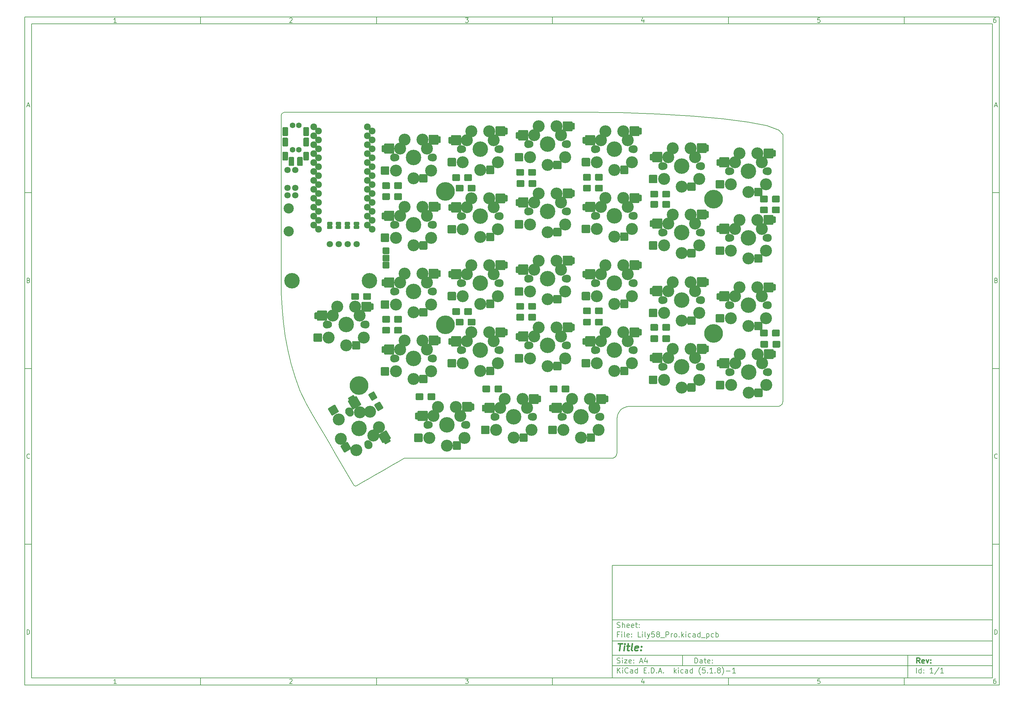
<source format=gbs>
G04 #@! TF.GenerationSoftware,KiCad,Pcbnew,(5.1.8)-1*
G04 #@! TF.CreationDate,2025-01-31T02:10:20+03:30*
G04 #@! TF.ProjectId,Lily58_Pro,4c696c79-3538-45f5-9072-6f2e6b696361,rev?*
G04 #@! TF.SameCoordinates,Original*
G04 #@! TF.FileFunction,Soldermask,Bot*
G04 #@! TF.FilePolarity,Negative*
%FSLAX46Y46*%
G04 Gerber Fmt 4.6, Leading zero omitted, Abs format (unit mm)*
G04 Created by KiCad (PCBNEW (5.1.8)-1) date 2025-01-31 02:10:20*
%MOMM*%
%LPD*%
G01*
G04 APERTURE LIST*
%ADD10C,0.100000*%
%ADD11C,0.150000*%
%ADD12C,0.300000*%
%ADD13C,0.400000*%
G04 #@! TA.AperFunction,Profile*
%ADD14C,0.200000*%
G04 #@! TD*
%ADD15C,1.600000*%
%ADD16C,3.400000*%
%ADD17C,0.500000*%
%ADD18C,4.400000*%
%ADD19C,2.300000*%
%ADD20C,2.100000*%
%ADD21C,1.924000*%
%ADD22C,5.300000*%
%ADD23C,1.797000*%
%ADD24C,2.900000*%
G04 APERTURE END LIST*
D10*
D11*
X177002200Y-166007200D02*
X177002200Y-198007200D01*
X285002200Y-198007200D01*
X285002200Y-166007200D01*
X177002200Y-166007200D01*
D10*
D11*
X10000000Y-10000000D02*
X10000000Y-200007200D01*
X287002200Y-200007200D01*
X287002200Y-10000000D01*
X10000000Y-10000000D01*
D10*
D11*
X12000000Y-12000000D02*
X12000000Y-198007200D01*
X285002200Y-198007200D01*
X285002200Y-12000000D01*
X12000000Y-12000000D01*
D10*
D11*
X60000000Y-12000000D02*
X60000000Y-10000000D01*
D10*
D11*
X110000000Y-12000000D02*
X110000000Y-10000000D01*
D10*
D11*
X160000000Y-12000000D02*
X160000000Y-10000000D01*
D10*
D11*
X210000000Y-12000000D02*
X210000000Y-10000000D01*
D10*
D11*
X260000000Y-12000000D02*
X260000000Y-10000000D01*
D10*
D11*
X36065476Y-11588095D02*
X35322619Y-11588095D01*
X35694047Y-11588095D02*
X35694047Y-10288095D01*
X35570238Y-10473809D01*
X35446428Y-10597619D01*
X35322619Y-10659523D01*
D10*
D11*
X85322619Y-10411904D02*
X85384523Y-10350000D01*
X85508333Y-10288095D01*
X85817857Y-10288095D01*
X85941666Y-10350000D01*
X86003571Y-10411904D01*
X86065476Y-10535714D01*
X86065476Y-10659523D01*
X86003571Y-10845238D01*
X85260714Y-11588095D01*
X86065476Y-11588095D01*
D10*
D11*
X135260714Y-10288095D02*
X136065476Y-10288095D01*
X135632142Y-10783333D01*
X135817857Y-10783333D01*
X135941666Y-10845238D01*
X136003571Y-10907142D01*
X136065476Y-11030952D01*
X136065476Y-11340476D01*
X136003571Y-11464285D01*
X135941666Y-11526190D01*
X135817857Y-11588095D01*
X135446428Y-11588095D01*
X135322619Y-11526190D01*
X135260714Y-11464285D01*
D10*
D11*
X185941666Y-10721428D02*
X185941666Y-11588095D01*
X185632142Y-10226190D02*
X185322619Y-11154761D01*
X186127380Y-11154761D01*
D10*
D11*
X236003571Y-10288095D02*
X235384523Y-10288095D01*
X235322619Y-10907142D01*
X235384523Y-10845238D01*
X235508333Y-10783333D01*
X235817857Y-10783333D01*
X235941666Y-10845238D01*
X236003571Y-10907142D01*
X236065476Y-11030952D01*
X236065476Y-11340476D01*
X236003571Y-11464285D01*
X235941666Y-11526190D01*
X235817857Y-11588095D01*
X235508333Y-11588095D01*
X235384523Y-11526190D01*
X235322619Y-11464285D01*
D10*
D11*
X285941666Y-10288095D02*
X285694047Y-10288095D01*
X285570238Y-10350000D01*
X285508333Y-10411904D01*
X285384523Y-10597619D01*
X285322619Y-10845238D01*
X285322619Y-11340476D01*
X285384523Y-11464285D01*
X285446428Y-11526190D01*
X285570238Y-11588095D01*
X285817857Y-11588095D01*
X285941666Y-11526190D01*
X286003571Y-11464285D01*
X286065476Y-11340476D01*
X286065476Y-11030952D01*
X286003571Y-10907142D01*
X285941666Y-10845238D01*
X285817857Y-10783333D01*
X285570238Y-10783333D01*
X285446428Y-10845238D01*
X285384523Y-10907142D01*
X285322619Y-11030952D01*
D10*
D11*
X60000000Y-198007200D02*
X60000000Y-200007200D01*
D10*
D11*
X110000000Y-198007200D02*
X110000000Y-200007200D01*
D10*
D11*
X160000000Y-198007200D02*
X160000000Y-200007200D01*
D10*
D11*
X210000000Y-198007200D02*
X210000000Y-200007200D01*
D10*
D11*
X260000000Y-198007200D02*
X260000000Y-200007200D01*
D10*
D11*
X36065476Y-199595295D02*
X35322619Y-199595295D01*
X35694047Y-199595295D02*
X35694047Y-198295295D01*
X35570238Y-198481009D01*
X35446428Y-198604819D01*
X35322619Y-198666723D01*
D10*
D11*
X85322619Y-198419104D02*
X85384523Y-198357200D01*
X85508333Y-198295295D01*
X85817857Y-198295295D01*
X85941666Y-198357200D01*
X86003571Y-198419104D01*
X86065476Y-198542914D01*
X86065476Y-198666723D01*
X86003571Y-198852438D01*
X85260714Y-199595295D01*
X86065476Y-199595295D01*
D10*
D11*
X135260714Y-198295295D02*
X136065476Y-198295295D01*
X135632142Y-198790533D01*
X135817857Y-198790533D01*
X135941666Y-198852438D01*
X136003571Y-198914342D01*
X136065476Y-199038152D01*
X136065476Y-199347676D01*
X136003571Y-199471485D01*
X135941666Y-199533390D01*
X135817857Y-199595295D01*
X135446428Y-199595295D01*
X135322619Y-199533390D01*
X135260714Y-199471485D01*
D10*
D11*
X185941666Y-198728628D02*
X185941666Y-199595295D01*
X185632142Y-198233390D02*
X185322619Y-199161961D01*
X186127380Y-199161961D01*
D10*
D11*
X236003571Y-198295295D02*
X235384523Y-198295295D01*
X235322619Y-198914342D01*
X235384523Y-198852438D01*
X235508333Y-198790533D01*
X235817857Y-198790533D01*
X235941666Y-198852438D01*
X236003571Y-198914342D01*
X236065476Y-199038152D01*
X236065476Y-199347676D01*
X236003571Y-199471485D01*
X235941666Y-199533390D01*
X235817857Y-199595295D01*
X235508333Y-199595295D01*
X235384523Y-199533390D01*
X235322619Y-199471485D01*
D10*
D11*
X285941666Y-198295295D02*
X285694047Y-198295295D01*
X285570238Y-198357200D01*
X285508333Y-198419104D01*
X285384523Y-198604819D01*
X285322619Y-198852438D01*
X285322619Y-199347676D01*
X285384523Y-199471485D01*
X285446428Y-199533390D01*
X285570238Y-199595295D01*
X285817857Y-199595295D01*
X285941666Y-199533390D01*
X286003571Y-199471485D01*
X286065476Y-199347676D01*
X286065476Y-199038152D01*
X286003571Y-198914342D01*
X285941666Y-198852438D01*
X285817857Y-198790533D01*
X285570238Y-198790533D01*
X285446428Y-198852438D01*
X285384523Y-198914342D01*
X285322619Y-199038152D01*
D10*
D11*
X10000000Y-60000000D02*
X12000000Y-60000000D01*
D10*
D11*
X10000000Y-110000000D02*
X12000000Y-110000000D01*
D10*
D11*
X10000000Y-160000000D02*
X12000000Y-160000000D01*
D10*
D11*
X10690476Y-35216666D02*
X11309523Y-35216666D01*
X10566666Y-35588095D02*
X11000000Y-34288095D01*
X11433333Y-35588095D01*
D10*
D11*
X11092857Y-84907142D02*
X11278571Y-84969047D01*
X11340476Y-85030952D01*
X11402380Y-85154761D01*
X11402380Y-85340476D01*
X11340476Y-85464285D01*
X11278571Y-85526190D01*
X11154761Y-85588095D01*
X10659523Y-85588095D01*
X10659523Y-84288095D01*
X11092857Y-84288095D01*
X11216666Y-84350000D01*
X11278571Y-84411904D01*
X11340476Y-84535714D01*
X11340476Y-84659523D01*
X11278571Y-84783333D01*
X11216666Y-84845238D01*
X11092857Y-84907142D01*
X10659523Y-84907142D01*
D10*
D11*
X11402380Y-135464285D02*
X11340476Y-135526190D01*
X11154761Y-135588095D01*
X11030952Y-135588095D01*
X10845238Y-135526190D01*
X10721428Y-135402380D01*
X10659523Y-135278571D01*
X10597619Y-135030952D01*
X10597619Y-134845238D01*
X10659523Y-134597619D01*
X10721428Y-134473809D01*
X10845238Y-134350000D01*
X11030952Y-134288095D01*
X11154761Y-134288095D01*
X11340476Y-134350000D01*
X11402380Y-134411904D01*
D10*
D11*
X10659523Y-185588095D02*
X10659523Y-184288095D01*
X10969047Y-184288095D01*
X11154761Y-184350000D01*
X11278571Y-184473809D01*
X11340476Y-184597619D01*
X11402380Y-184845238D01*
X11402380Y-185030952D01*
X11340476Y-185278571D01*
X11278571Y-185402380D01*
X11154761Y-185526190D01*
X10969047Y-185588095D01*
X10659523Y-185588095D01*
D10*
D11*
X287002200Y-60000000D02*
X285002200Y-60000000D01*
D10*
D11*
X287002200Y-110000000D02*
X285002200Y-110000000D01*
D10*
D11*
X287002200Y-160000000D02*
X285002200Y-160000000D01*
D10*
D11*
X285692676Y-35216666D02*
X286311723Y-35216666D01*
X285568866Y-35588095D02*
X286002200Y-34288095D01*
X286435533Y-35588095D01*
D10*
D11*
X286095057Y-84907142D02*
X286280771Y-84969047D01*
X286342676Y-85030952D01*
X286404580Y-85154761D01*
X286404580Y-85340476D01*
X286342676Y-85464285D01*
X286280771Y-85526190D01*
X286156961Y-85588095D01*
X285661723Y-85588095D01*
X285661723Y-84288095D01*
X286095057Y-84288095D01*
X286218866Y-84350000D01*
X286280771Y-84411904D01*
X286342676Y-84535714D01*
X286342676Y-84659523D01*
X286280771Y-84783333D01*
X286218866Y-84845238D01*
X286095057Y-84907142D01*
X285661723Y-84907142D01*
D10*
D11*
X286404580Y-135464285D02*
X286342676Y-135526190D01*
X286156961Y-135588095D01*
X286033152Y-135588095D01*
X285847438Y-135526190D01*
X285723628Y-135402380D01*
X285661723Y-135278571D01*
X285599819Y-135030952D01*
X285599819Y-134845238D01*
X285661723Y-134597619D01*
X285723628Y-134473809D01*
X285847438Y-134350000D01*
X286033152Y-134288095D01*
X286156961Y-134288095D01*
X286342676Y-134350000D01*
X286404580Y-134411904D01*
D10*
D11*
X285661723Y-185588095D02*
X285661723Y-184288095D01*
X285971247Y-184288095D01*
X286156961Y-184350000D01*
X286280771Y-184473809D01*
X286342676Y-184597619D01*
X286404580Y-184845238D01*
X286404580Y-185030952D01*
X286342676Y-185278571D01*
X286280771Y-185402380D01*
X286156961Y-185526190D01*
X285971247Y-185588095D01*
X285661723Y-185588095D01*
D10*
D11*
X200434342Y-193785771D02*
X200434342Y-192285771D01*
X200791485Y-192285771D01*
X201005771Y-192357200D01*
X201148628Y-192500057D01*
X201220057Y-192642914D01*
X201291485Y-192928628D01*
X201291485Y-193142914D01*
X201220057Y-193428628D01*
X201148628Y-193571485D01*
X201005771Y-193714342D01*
X200791485Y-193785771D01*
X200434342Y-193785771D01*
X202577200Y-193785771D02*
X202577200Y-193000057D01*
X202505771Y-192857200D01*
X202362914Y-192785771D01*
X202077200Y-192785771D01*
X201934342Y-192857200D01*
X202577200Y-193714342D02*
X202434342Y-193785771D01*
X202077200Y-193785771D01*
X201934342Y-193714342D01*
X201862914Y-193571485D01*
X201862914Y-193428628D01*
X201934342Y-193285771D01*
X202077200Y-193214342D01*
X202434342Y-193214342D01*
X202577200Y-193142914D01*
X203077200Y-192785771D02*
X203648628Y-192785771D01*
X203291485Y-192285771D02*
X203291485Y-193571485D01*
X203362914Y-193714342D01*
X203505771Y-193785771D01*
X203648628Y-193785771D01*
X204720057Y-193714342D02*
X204577200Y-193785771D01*
X204291485Y-193785771D01*
X204148628Y-193714342D01*
X204077200Y-193571485D01*
X204077200Y-193000057D01*
X204148628Y-192857200D01*
X204291485Y-192785771D01*
X204577200Y-192785771D01*
X204720057Y-192857200D01*
X204791485Y-193000057D01*
X204791485Y-193142914D01*
X204077200Y-193285771D01*
X205434342Y-193642914D02*
X205505771Y-193714342D01*
X205434342Y-193785771D01*
X205362914Y-193714342D01*
X205434342Y-193642914D01*
X205434342Y-193785771D01*
X205434342Y-192857200D02*
X205505771Y-192928628D01*
X205434342Y-193000057D01*
X205362914Y-192928628D01*
X205434342Y-192857200D01*
X205434342Y-193000057D01*
D10*
D11*
X177002200Y-194507200D02*
X285002200Y-194507200D01*
D10*
D11*
X178434342Y-196585771D02*
X178434342Y-195085771D01*
X179291485Y-196585771D02*
X178648628Y-195728628D01*
X179291485Y-195085771D02*
X178434342Y-195942914D01*
X179934342Y-196585771D02*
X179934342Y-195585771D01*
X179934342Y-195085771D02*
X179862914Y-195157200D01*
X179934342Y-195228628D01*
X180005771Y-195157200D01*
X179934342Y-195085771D01*
X179934342Y-195228628D01*
X181505771Y-196442914D02*
X181434342Y-196514342D01*
X181220057Y-196585771D01*
X181077200Y-196585771D01*
X180862914Y-196514342D01*
X180720057Y-196371485D01*
X180648628Y-196228628D01*
X180577200Y-195942914D01*
X180577200Y-195728628D01*
X180648628Y-195442914D01*
X180720057Y-195300057D01*
X180862914Y-195157200D01*
X181077200Y-195085771D01*
X181220057Y-195085771D01*
X181434342Y-195157200D01*
X181505771Y-195228628D01*
X182791485Y-196585771D02*
X182791485Y-195800057D01*
X182720057Y-195657200D01*
X182577200Y-195585771D01*
X182291485Y-195585771D01*
X182148628Y-195657200D01*
X182791485Y-196514342D02*
X182648628Y-196585771D01*
X182291485Y-196585771D01*
X182148628Y-196514342D01*
X182077200Y-196371485D01*
X182077200Y-196228628D01*
X182148628Y-196085771D01*
X182291485Y-196014342D01*
X182648628Y-196014342D01*
X182791485Y-195942914D01*
X184148628Y-196585771D02*
X184148628Y-195085771D01*
X184148628Y-196514342D02*
X184005771Y-196585771D01*
X183720057Y-196585771D01*
X183577200Y-196514342D01*
X183505771Y-196442914D01*
X183434342Y-196300057D01*
X183434342Y-195871485D01*
X183505771Y-195728628D01*
X183577200Y-195657200D01*
X183720057Y-195585771D01*
X184005771Y-195585771D01*
X184148628Y-195657200D01*
X186005771Y-195800057D02*
X186505771Y-195800057D01*
X186720057Y-196585771D02*
X186005771Y-196585771D01*
X186005771Y-195085771D01*
X186720057Y-195085771D01*
X187362914Y-196442914D02*
X187434342Y-196514342D01*
X187362914Y-196585771D01*
X187291485Y-196514342D01*
X187362914Y-196442914D01*
X187362914Y-196585771D01*
X188077200Y-196585771D02*
X188077200Y-195085771D01*
X188434342Y-195085771D01*
X188648628Y-195157200D01*
X188791485Y-195300057D01*
X188862914Y-195442914D01*
X188934342Y-195728628D01*
X188934342Y-195942914D01*
X188862914Y-196228628D01*
X188791485Y-196371485D01*
X188648628Y-196514342D01*
X188434342Y-196585771D01*
X188077200Y-196585771D01*
X189577200Y-196442914D02*
X189648628Y-196514342D01*
X189577200Y-196585771D01*
X189505771Y-196514342D01*
X189577200Y-196442914D01*
X189577200Y-196585771D01*
X190220057Y-196157200D02*
X190934342Y-196157200D01*
X190077200Y-196585771D02*
X190577200Y-195085771D01*
X191077200Y-196585771D01*
X191577200Y-196442914D02*
X191648628Y-196514342D01*
X191577200Y-196585771D01*
X191505771Y-196514342D01*
X191577200Y-196442914D01*
X191577200Y-196585771D01*
X194577200Y-196585771D02*
X194577200Y-195085771D01*
X194720057Y-196014342D02*
X195148628Y-196585771D01*
X195148628Y-195585771D02*
X194577200Y-196157200D01*
X195791485Y-196585771D02*
X195791485Y-195585771D01*
X195791485Y-195085771D02*
X195720057Y-195157200D01*
X195791485Y-195228628D01*
X195862914Y-195157200D01*
X195791485Y-195085771D01*
X195791485Y-195228628D01*
X197148628Y-196514342D02*
X197005771Y-196585771D01*
X196720057Y-196585771D01*
X196577200Y-196514342D01*
X196505771Y-196442914D01*
X196434342Y-196300057D01*
X196434342Y-195871485D01*
X196505771Y-195728628D01*
X196577200Y-195657200D01*
X196720057Y-195585771D01*
X197005771Y-195585771D01*
X197148628Y-195657200D01*
X198434342Y-196585771D02*
X198434342Y-195800057D01*
X198362914Y-195657200D01*
X198220057Y-195585771D01*
X197934342Y-195585771D01*
X197791485Y-195657200D01*
X198434342Y-196514342D02*
X198291485Y-196585771D01*
X197934342Y-196585771D01*
X197791485Y-196514342D01*
X197720057Y-196371485D01*
X197720057Y-196228628D01*
X197791485Y-196085771D01*
X197934342Y-196014342D01*
X198291485Y-196014342D01*
X198434342Y-195942914D01*
X199791485Y-196585771D02*
X199791485Y-195085771D01*
X199791485Y-196514342D02*
X199648628Y-196585771D01*
X199362914Y-196585771D01*
X199220057Y-196514342D01*
X199148628Y-196442914D01*
X199077200Y-196300057D01*
X199077200Y-195871485D01*
X199148628Y-195728628D01*
X199220057Y-195657200D01*
X199362914Y-195585771D01*
X199648628Y-195585771D01*
X199791485Y-195657200D01*
X202077200Y-197157200D02*
X202005771Y-197085771D01*
X201862914Y-196871485D01*
X201791485Y-196728628D01*
X201720057Y-196514342D01*
X201648628Y-196157200D01*
X201648628Y-195871485D01*
X201720057Y-195514342D01*
X201791485Y-195300057D01*
X201862914Y-195157200D01*
X202005771Y-194942914D01*
X202077200Y-194871485D01*
X203362914Y-195085771D02*
X202648628Y-195085771D01*
X202577200Y-195800057D01*
X202648628Y-195728628D01*
X202791485Y-195657200D01*
X203148628Y-195657200D01*
X203291485Y-195728628D01*
X203362914Y-195800057D01*
X203434342Y-195942914D01*
X203434342Y-196300057D01*
X203362914Y-196442914D01*
X203291485Y-196514342D01*
X203148628Y-196585771D01*
X202791485Y-196585771D01*
X202648628Y-196514342D01*
X202577200Y-196442914D01*
X204077200Y-196442914D02*
X204148628Y-196514342D01*
X204077200Y-196585771D01*
X204005771Y-196514342D01*
X204077200Y-196442914D01*
X204077200Y-196585771D01*
X205577200Y-196585771D02*
X204720057Y-196585771D01*
X205148628Y-196585771D02*
X205148628Y-195085771D01*
X205005771Y-195300057D01*
X204862914Y-195442914D01*
X204720057Y-195514342D01*
X206220057Y-196442914D02*
X206291485Y-196514342D01*
X206220057Y-196585771D01*
X206148628Y-196514342D01*
X206220057Y-196442914D01*
X206220057Y-196585771D01*
X207148628Y-195728628D02*
X207005771Y-195657200D01*
X206934342Y-195585771D01*
X206862914Y-195442914D01*
X206862914Y-195371485D01*
X206934342Y-195228628D01*
X207005771Y-195157200D01*
X207148628Y-195085771D01*
X207434342Y-195085771D01*
X207577200Y-195157200D01*
X207648628Y-195228628D01*
X207720057Y-195371485D01*
X207720057Y-195442914D01*
X207648628Y-195585771D01*
X207577200Y-195657200D01*
X207434342Y-195728628D01*
X207148628Y-195728628D01*
X207005771Y-195800057D01*
X206934342Y-195871485D01*
X206862914Y-196014342D01*
X206862914Y-196300057D01*
X206934342Y-196442914D01*
X207005771Y-196514342D01*
X207148628Y-196585771D01*
X207434342Y-196585771D01*
X207577200Y-196514342D01*
X207648628Y-196442914D01*
X207720057Y-196300057D01*
X207720057Y-196014342D01*
X207648628Y-195871485D01*
X207577200Y-195800057D01*
X207434342Y-195728628D01*
X208220057Y-197157200D02*
X208291485Y-197085771D01*
X208434342Y-196871485D01*
X208505771Y-196728628D01*
X208577200Y-196514342D01*
X208648628Y-196157200D01*
X208648628Y-195871485D01*
X208577200Y-195514342D01*
X208505771Y-195300057D01*
X208434342Y-195157200D01*
X208291485Y-194942914D01*
X208220057Y-194871485D01*
X209362914Y-196014342D02*
X210505771Y-196014342D01*
X212005771Y-196585771D02*
X211148628Y-196585771D01*
X211577200Y-196585771D02*
X211577200Y-195085771D01*
X211434342Y-195300057D01*
X211291485Y-195442914D01*
X211148628Y-195514342D01*
D10*
D11*
X177002200Y-191507200D02*
X285002200Y-191507200D01*
D10*
D12*
X264411485Y-193785771D02*
X263911485Y-193071485D01*
X263554342Y-193785771D02*
X263554342Y-192285771D01*
X264125771Y-192285771D01*
X264268628Y-192357200D01*
X264340057Y-192428628D01*
X264411485Y-192571485D01*
X264411485Y-192785771D01*
X264340057Y-192928628D01*
X264268628Y-193000057D01*
X264125771Y-193071485D01*
X263554342Y-193071485D01*
X265625771Y-193714342D02*
X265482914Y-193785771D01*
X265197200Y-193785771D01*
X265054342Y-193714342D01*
X264982914Y-193571485D01*
X264982914Y-193000057D01*
X265054342Y-192857200D01*
X265197200Y-192785771D01*
X265482914Y-192785771D01*
X265625771Y-192857200D01*
X265697200Y-193000057D01*
X265697200Y-193142914D01*
X264982914Y-193285771D01*
X266197200Y-192785771D02*
X266554342Y-193785771D01*
X266911485Y-192785771D01*
X267482914Y-193642914D02*
X267554342Y-193714342D01*
X267482914Y-193785771D01*
X267411485Y-193714342D01*
X267482914Y-193642914D01*
X267482914Y-193785771D01*
X267482914Y-192857200D02*
X267554342Y-192928628D01*
X267482914Y-193000057D01*
X267411485Y-192928628D01*
X267482914Y-192857200D01*
X267482914Y-193000057D01*
D10*
D11*
X178362914Y-193714342D02*
X178577200Y-193785771D01*
X178934342Y-193785771D01*
X179077200Y-193714342D01*
X179148628Y-193642914D01*
X179220057Y-193500057D01*
X179220057Y-193357200D01*
X179148628Y-193214342D01*
X179077200Y-193142914D01*
X178934342Y-193071485D01*
X178648628Y-193000057D01*
X178505771Y-192928628D01*
X178434342Y-192857200D01*
X178362914Y-192714342D01*
X178362914Y-192571485D01*
X178434342Y-192428628D01*
X178505771Y-192357200D01*
X178648628Y-192285771D01*
X179005771Y-192285771D01*
X179220057Y-192357200D01*
X179862914Y-193785771D02*
X179862914Y-192785771D01*
X179862914Y-192285771D02*
X179791485Y-192357200D01*
X179862914Y-192428628D01*
X179934342Y-192357200D01*
X179862914Y-192285771D01*
X179862914Y-192428628D01*
X180434342Y-192785771D02*
X181220057Y-192785771D01*
X180434342Y-193785771D01*
X181220057Y-193785771D01*
X182362914Y-193714342D02*
X182220057Y-193785771D01*
X181934342Y-193785771D01*
X181791485Y-193714342D01*
X181720057Y-193571485D01*
X181720057Y-193000057D01*
X181791485Y-192857200D01*
X181934342Y-192785771D01*
X182220057Y-192785771D01*
X182362914Y-192857200D01*
X182434342Y-193000057D01*
X182434342Y-193142914D01*
X181720057Y-193285771D01*
X183077200Y-193642914D02*
X183148628Y-193714342D01*
X183077200Y-193785771D01*
X183005771Y-193714342D01*
X183077200Y-193642914D01*
X183077200Y-193785771D01*
X183077200Y-192857200D02*
X183148628Y-192928628D01*
X183077200Y-193000057D01*
X183005771Y-192928628D01*
X183077200Y-192857200D01*
X183077200Y-193000057D01*
X184862914Y-193357200D02*
X185577200Y-193357200D01*
X184720057Y-193785771D02*
X185220057Y-192285771D01*
X185720057Y-193785771D01*
X186862914Y-192785771D02*
X186862914Y-193785771D01*
X186505771Y-192214342D02*
X186148628Y-193285771D01*
X187077200Y-193285771D01*
D10*
D11*
X263434342Y-196585771D02*
X263434342Y-195085771D01*
X264791485Y-196585771D02*
X264791485Y-195085771D01*
X264791485Y-196514342D02*
X264648628Y-196585771D01*
X264362914Y-196585771D01*
X264220057Y-196514342D01*
X264148628Y-196442914D01*
X264077200Y-196300057D01*
X264077200Y-195871485D01*
X264148628Y-195728628D01*
X264220057Y-195657200D01*
X264362914Y-195585771D01*
X264648628Y-195585771D01*
X264791485Y-195657200D01*
X265505771Y-196442914D02*
X265577200Y-196514342D01*
X265505771Y-196585771D01*
X265434342Y-196514342D01*
X265505771Y-196442914D01*
X265505771Y-196585771D01*
X265505771Y-195657200D02*
X265577200Y-195728628D01*
X265505771Y-195800057D01*
X265434342Y-195728628D01*
X265505771Y-195657200D01*
X265505771Y-195800057D01*
X268148628Y-196585771D02*
X267291485Y-196585771D01*
X267720057Y-196585771D02*
X267720057Y-195085771D01*
X267577200Y-195300057D01*
X267434342Y-195442914D01*
X267291485Y-195514342D01*
X269862914Y-195014342D02*
X268577200Y-196942914D01*
X271148628Y-196585771D02*
X270291485Y-196585771D01*
X270720057Y-196585771D02*
X270720057Y-195085771D01*
X270577200Y-195300057D01*
X270434342Y-195442914D01*
X270291485Y-195514342D01*
D10*
D11*
X177002200Y-187507200D02*
X285002200Y-187507200D01*
D10*
D13*
X178714580Y-188211961D02*
X179857438Y-188211961D01*
X179036009Y-190211961D02*
X179286009Y-188211961D01*
X180274104Y-190211961D02*
X180440771Y-188878628D01*
X180524104Y-188211961D02*
X180416961Y-188307200D01*
X180500295Y-188402438D01*
X180607438Y-188307200D01*
X180524104Y-188211961D01*
X180500295Y-188402438D01*
X181107438Y-188878628D02*
X181869342Y-188878628D01*
X181476485Y-188211961D02*
X181262200Y-189926247D01*
X181333628Y-190116723D01*
X181512200Y-190211961D01*
X181702676Y-190211961D01*
X182655057Y-190211961D02*
X182476485Y-190116723D01*
X182405057Y-189926247D01*
X182619342Y-188211961D01*
X184190771Y-190116723D02*
X183988390Y-190211961D01*
X183607438Y-190211961D01*
X183428866Y-190116723D01*
X183357438Y-189926247D01*
X183452676Y-189164342D01*
X183571723Y-188973866D01*
X183774104Y-188878628D01*
X184155057Y-188878628D01*
X184333628Y-188973866D01*
X184405057Y-189164342D01*
X184381247Y-189354819D01*
X183405057Y-189545295D01*
X185155057Y-190021485D02*
X185238390Y-190116723D01*
X185131247Y-190211961D01*
X185047914Y-190116723D01*
X185155057Y-190021485D01*
X185131247Y-190211961D01*
X185286009Y-188973866D02*
X185369342Y-189069104D01*
X185262200Y-189164342D01*
X185178866Y-189069104D01*
X185286009Y-188973866D01*
X185262200Y-189164342D01*
D10*
D11*
X178934342Y-185600057D02*
X178434342Y-185600057D01*
X178434342Y-186385771D02*
X178434342Y-184885771D01*
X179148628Y-184885771D01*
X179720057Y-186385771D02*
X179720057Y-185385771D01*
X179720057Y-184885771D02*
X179648628Y-184957200D01*
X179720057Y-185028628D01*
X179791485Y-184957200D01*
X179720057Y-184885771D01*
X179720057Y-185028628D01*
X180648628Y-186385771D02*
X180505771Y-186314342D01*
X180434342Y-186171485D01*
X180434342Y-184885771D01*
X181791485Y-186314342D02*
X181648628Y-186385771D01*
X181362914Y-186385771D01*
X181220057Y-186314342D01*
X181148628Y-186171485D01*
X181148628Y-185600057D01*
X181220057Y-185457200D01*
X181362914Y-185385771D01*
X181648628Y-185385771D01*
X181791485Y-185457200D01*
X181862914Y-185600057D01*
X181862914Y-185742914D01*
X181148628Y-185885771D01*
X182505771Y-186242914D02*
X182577200Y-186314342D01*
X182505771Y-186385771D01*
X182434342Y-186314342D01*
X182505771Y-186242914D01*
X182505771Y-186385771D01*
X182505771Y-185457200D02*
X182577200Y-185528628D01*
X182505771Y-185600057D01*
X182434342Y-185528628D01*
X182505771Y-185457200D01*
X182505771Y-185600057D01*
X185077200Y-186385771D02*
X184362914Y-186385771D01*
X184362914Y-184885771D01*
X185577200Y-186385771D02*
X185577200Y-185385771D01*
X185577200Y-184885771D02*
X185505771Y-184957200D01*
X185577200Y-185028628D01*
X185648628Y-184957200D01*
X185577200Y-184885771D01*
X185577200Y-185028628D01*
X186505771Y-186385771D02*
X186362914Y-186314342D01*
X186291485Y-186171485D01*
X186291485Y-184885771D01*
X186934342Y-185385771D02*
X187291485Y-186385771D01*
X187648628Y-185385771D02*
X187291485Y-186385771D01*
X187148628Y-186742914D01*
X187077200Y-186814342D01*
X186934342Y-186885771D01*
X188934342Y-184885771D02*
X188220057Y-184885771D01*
X188148628Y-185600057D01*
X188220057Y-185528628D01*
X188362914Y-185457200D01*
X188720057Y-185457200D01*
X188862914Y-185528628D01*
X188934342Y-185600057D01*
X189005771Y-185742914D01*
X189005771Y-186100057D01*
X188934342Y-186242914D01*
X188862914Y-186314342D01*
X188720057Y-186385771D01*
X188362914Y-186385771D01*
X188220057Y-186314342D01*
X188148628Y-186242914D01*
X189862914Y-185528628D02*
X189720057Y-185457200D01*
X189648628Y-185385771D01*
X189577200Y-185242914D01*
X189577200Y-185171485D01*
X189648628Y-185028628D01*
X189720057Y-184957200D01*
X189862914Y-184885771D01*
X190148628Y-184885771D01*
X190291485Y-184957200D01*
X190362914Y-185028628D01*
X190434342Y-185171485D01*
X190434342Y-185242914D01*
X190362914Y-185385771D01*
X190291485Y-185457200D01*
X190148628Y-185528628D01*
X189862914Y-185528628D01*
X189720057Y-185600057D01*
X189648628Y-185671485D01*
X189577200Y-185814342D01*
X189577200Y-186100057D01*
X189648628Y-186242914D01*
X189720057Y-186314342D01*
X189862914Y-186385771D01*
X190148628Y-186385771D01*
X190291485Y-186314342D01*
X190362914Y-186242914D01*
X190434342Y-186100057D01*
X190434342Y-185814342D01*
X190362914Y-185671485D01*
X190291485Y-185600057D01*
X190148628Y-185528628D01*
X190720057Y-186528628D02*
X191862914Y-186528628D01*
X192220057Y-186385771D02*
X192220057Y-184885771D01*
X192791485Y-184885771D01*
X192934342Y-184957200D01*
X193005771Y-185028628D01*
X193077200Y-185171485D01*
X193077200Y-185385771D01*
X193005771Y-185528628D01*
X192934342Y-185600057D01*
X192791485Y-185671485D01*
X192220057Y-185671485D01*
X193720057Y-186385771D02*
X193720057Y-185385771D01*
X193720057Y-185671485D02*
X193791485Y-185528628D01*
X193862914Y-185457200D01*
X194005771Y-185385771D01*
X194148628Y-185385771D01*
X194862914Y-186385771D02*
X194720057Y-186314342D01*
X194648628Y-186242914D01*
X194577200Y-186100057D01*
X194577200Y-185671485D01*
X194648628Y-185528628D01*
X194720057Y-185457200D01*
X194862914Y-185385771D01*
X195077200Y-185385771D01*
X195220057Y-185457200D01*
X195291485Y-185528628D01*
X195362914Y-185671485D01*
X195362914Y-186100057D01*
X195291485Y-186242914D01*
X195220057Y-186314342D01*
X195077200Y-186385771D01*
X194862914Y-186385771D01*
X196005771Y-186242914D02*
X196077200Y-186314342D01*
X196005771Y-186385771D01*
X195934342Y-186314342D01*
X196005771Y-186242914D01*
X196005771Y-186385771D01*
X196720057Y-186385771D02*
X196720057Y-184885771D01*
X196862914Y-185814342D02*
X197291485Y-186385771D01*
X197291485Y-185385771D02*
X196720057Y-185957200D01*
X197934342Y-186385771D02*
X197934342Y-185385771D01*
X197934342Y-184885771D02*
X197862914Y-184957200D01*
X197934342Y-185028628D01*
X198005771Y-184957200D01*
X197934342Y-184885771D01*
X197934342Y-185028628D01*
X199291485Y-186314342D02*
X199148628Y-186385771D01*
X198862914Y-186385771D01*
X198720057Y-186314342D01*
X198648628Y-186242914D01*
X198577200Y-186100057D01*
X198577200Y-185671485D01*
X198648628Y-185528628D01*
X198720057Y-185457200D01*
X198862914Y-185385771D01*
X199148628Y-185385771D01*
X199291485Y-185457200D01*
X200577200Y-186385771D02*
X200577200Y-185600057D01*
X200505771Y-185457200D01*
X200362914Y-185385771D01*
X200077200Y-185385771D01*
X199934342Y-185457200D01*
X200577200Y-186314342D02*
X200434342Y-186385771D01*
X200077200Y-186385771D01*
X199934342Y-186314342D01*
X199862914Y-186171485D01*
X199862914Y-186028628D01*
X199934342Y-185885771D01*
X200077200Y-185814342D01*
X200434342Y-185814342D01*
X200577200Y-185742914D01*
X201934342Y-186385771D02*
X201934342Y-184885771D01*
X201934342Y-186314342D02*
X201791485Y-186385771D01*
X201505771Y-186385771D01*
X201362914Y-186314342D01*
X201291485Y-186242914D01*
X201220057Y-186100057D01*
X201220057Y-185671485D01*
X201291485Y-185528628D01*
X201362914Y-185457200D01*
X201505771Y-185385771D01*
X201791485Y-185385771D01*
X201934342Y-185457200D01*
X202291485Y-186528628D02*
X203434342Y-186528628D01*
X203791485Y-185385771D02*
X203791485Y-186885771D01*
X203791485Y-185457200D02*
X203934342Y-185385771D01*
X204220057Y-185385771D01*
X204362914Y-185457200D01*
X204434342Y-185528628D01*
X204505771Y-185671485D01*
X204505771Y-186100057D01*
X204434342Y-186242914D01*
X204362914Y-186314342D01*
X204220057Y-186385771D01*
X203934342Y-186385771D01*
X203791485Y-186314342D01*
X205791485Y-186314342D02*
X205648628Y-186385771D01*
X205362914Y-186385771D01*
X205220057Y-186314342D01*
X205148628Y-186242914D01*
X205077200Y-186100057D01*
X205077200Y-185671485D01*
X205148628Y-185528628D01*
X205220057Y-185457200D01*
X205362914Y-185385771D01*
X205648628Y-185385771D01*
X205791485Y-185457200D01*
X206434342Y-186385771D02*
X206434342Y-184885771D01*
X206434342Y-185457200D02*
X206577200Y-185385771D01*
X206862914Y-185385771D01*
X207005771Y-185457200D01*
X207077200Y-185528628D01*
X207148628Y-185671485D01*
X207148628Y-186100057D01*
X207077200Y-186242914D01*
X207005771Y-186314342D01*
X206862914Y-186385771D01*
X206577200Y-186385771D01*
X206434342Y-186314342D01*
D10*
D11*
X177002200Y-181507200D02*
X285002200Y-181507200D01*
D10*
D11*
X178362914Y-183614342D02*
X178577200Y-183685771D01*
X178934342Y-183685771D01*
X179077200Y-183614342D01*
X179148628Y-183542914D01*
X179220057Y-183400057D01*
X179220057Y-183257200D01*
X179148628Y-183114342D01*
X179077200Y-183042914D01*
X178934342Y-182971485D01*
X178648628Y-182900057D01*
X178505771Y-182828628D01*
X178434342Y-182757200D01*
X178362914Y-182614342D01*
X178362914Y-182471485D01*
X178434342Y-182328628D01*
X178505771Y-182257200D01*
X178648628Y-182185771D01*
X179005771Y-182185771D01*
X179220057Y-182257200D01*
X179862914Y-183685771D02*
X179862914Y-182185771D01*
X180505771Y-183685771D02*
X180505771Y-182900057D01*
X180434342Y-182757200D01*
X180291485Y-182685771D01*
X180077200Y-182685771D01*
X179934342Y-182757200D01*
X179862914Y-182828628D01*
X181791485Y-183614342D02*
X181648628Y-183685771D01*
X181362914Y-183685771D01*
X181220057Y-183614342D01*
X181148628Y-183471485D01*
X181148628Y-182900057D01*
X181220057Y-182757200D01*
X181362914Y-182685771D01*
X181648628Y-182685771D01*
X181791485Y-182757200D01*
X181862914Y-182900057D01*
X181862914Y-183042914D01*
X181148628Y-183185771D01*
X183077200Y-183614342D02*
X182934342Y-183685771D01*
X182648628Y-183685771D01*
X182505771Y-183614342D01*
X182434342Y-183471485D01*
X182434342Y-182900057D01*
X182505771Y-182757200D01*
X182648628Y-182685771D01*
X182934342Y-182685771D01*
X183077200Y-182757200D01*
X183148628Y-182900057D01*
X183148628Y-183042914D01*
X182434342Y-183185771D01*
X183577200Y-182685771D02*
X184148628Y-182685771D01*
X183791485Y-182185771D02*
X183791485Y-183471485D01*
X183862914Y-183614342D01*
X184005771Y-183685771D01*
X184148628Y-183685771D01*
X184648628Y-183542914D02*
X184720057Y-183614342D01*
X184648628Y-183685771D01*
X184577200Y-183614342D01*
X184648628Y-183542914D01*
X184648628Y-183685771D01*
X184648628Y-182757200D02*
X184720057Y-182828628D01*
X184648628Y-182900057D01*
X184577200Y-182828628D01*
X184648628Y-182757200D01*
X184648628Y-182900057D01*
D10*
D11*
X197002200Y-191507200D02*
X197002200Y-194507200D01*
D10*
D11*
X261002200Y-191507200D02*
X261002200Y-198007200D01*
D14*
X116186619Y-136480784D02*
X117862313Y-135510645D01*
X114510925Y-137450923D02*
X116186619Y-136480784D01*
X82937528Y-50750629D02*
X82937528Y-44443695D01*
X82937528Y-57057562D02*
X82937528Y-50750629D01*
X115211711Y-37086762D02*
X104803877Y-37086762D01*
X218692418Y-120789735D02*
X223959999Y-120789735D01*
X213424836Y-120789735D02*
X218692418Y-120789735D01*
X208157255Y-120789735D02*
X213424836Y-120789735D01*
X202889673Y-120789735D02*
X208157255Y-120789735D01*
X197622092Y-120789735D02*
X202889673Y-120789735D01*
X192354511Y-120789735D02*
X197622092Y-120789735D01*
X187086929Y-120789735D02*
X192354511Y-120789735D01*
X181819348Y-120789735D02*
X187086929Y-120789735D01*
X181113524Y-120860778D02*
X181819348Y-120789735D01*
X180456326Y-121064561D02*
X181113524Y-120860778D01*
X179861773Y-121387065D02*
X180456326Y-121064561D01*
X179343884Y-121814271D02*
X179861773Y-121387065D01*
X178916678Y-122332160D02*
X179343884Y-121814271D01*
X178594174Y-122926713D02*
X178916678Y-122332160D01*
X178390391Y-123583911D02*
X178594174Y-122926713D01*
X178319348Y-124289735D02*
X178390391Y-123583911D01*
X199807654Y-38170488D02*
X189919538Y-37585374D01*
X208420758Y-38945561D02*
X199807654Y-38170488D01*
X215525697Y-39885159D02*
X208420758Y-38945561D01*
X220889319Y-40963847D02*
X215525697Y-39885159D01*
X178989563Y-37215654D02*
X167250881Y-37086762D01*
X189919538Y-37585374D02*
X178989563Y-37215654D01*
X177658308Y-135255660D02*
X177403500Y-135393876D01*
X177880261Y-135072571D02*
X177658308Y-135255660D01*
X178063349Y-134850619D02*
X177880261Y-135072571D01*
X178201565Y-134595810D02*
X178063349Y-134850619D01*
X178288901Y-134314154D02*
X178201565Y-134595810D01*
X178319348Y-134011658D02*
X178288901Y-134314154D01*
X225460000Y-52918378D02*
X225460000Y-62400000D01*
X225460000Y-43436755D02*
X225460000Y-52918378D01*
X82937528Y-69671429D02*
X82937528Y-63364495D01*
X82937528Y-75978362D02*
X82937528Y-69671429D01*
X82937528Y-82285296D02*
X82937528Y-75978362D01*
X82937528Y-88592229D02*
X82937528Y-82285296D01*
X104803877Y-37086762D02*
X94396044Y-37086762D01*
X125619545Y-37086762D02*
X115211711Y-37086762D01*
X136027379Y-37086762D02*
X125619545Y-37086762D01*
X146435213Y-37086762D02*
X136027379Y-37086762D01*
X156843047Y-37086762D02*
X146435213Y-37086762D01*
X167250881Y-37086762D02*
X156843047Y-37086762D01*
X83400937Y-37265961D02*
X83579303Y-37169210D01*
X83245570Y-37394123D02*
X83400937Y-37265961D01*
X83117409Y-37549489D02*
X83245570Y-37394123D01*
X83020657Y-37727855D02*
X83117409Y-37549489D01*
X82959523Y-37925015D02*
X83020657Y-37727855D01*
X82938210Y-38136762D02*
X82959523Y-37925015D01*
X83776462Y-37108075D02*
X83988210Y-37086762D01*
X83579303Y-37169210D02*
X83776462Y-37108075D01*
X94396044Y-37086762D02*
X83988210Y-37086762D01*
X82937528Y-63364495D02*
X82937528Y-57057562D01*
X82937528Y-44443695D02*
X82937528Y-38136762D01*
X88291758Y-116318073D02*
X89993333Y-119989540D01*
X86863105Y-112530670D02*
X88291758Y-116318073D01*
X85688004Y-108649127D02*
X86863105Y-112530670D01*
X84747083Y-104695246D02*
X85688004Y-108649127D01*
X84020972Y-100690825D02*
X84747083Y-104695246D01*
X83490297Y-96657663D02*
X84020972Y-100690825D01*
X83135690Y-92617561D02*
X83490297Y-96657663D01*
X82937777Y-88592317D02*
X83135690Y-92617561D01*
X104288864Y-143357278D02*
X104456758Y-143271756D01*
X104130206Y-143404468D02*
X104288864Y-143357278D01*
X103981252Y-143413974D02*
X104130206Y-143404468D01*
X103842470Y-143386445D02*
X103981252Y-143413974D01*
X103714328Y-143322532D02*
X103842470Y-143386445D01*
X103597295Y-143222884D02*
X103714328Y-143322532D01*
X103491837Y-143088150D02*
X103597295Y-143222884D01*
X103398425Y-142918979D02*
X103491837Y-143088150D01*
X112835230Y-138421062D02*
X114510925Y-137450923D01*
X111159536Y-139391201D02*
X112835230Y-138421062D01*
X109483841Y-140361340D02*
X111159536Y-139391201D01*
X107808147Y-141331479D02*
X109483841Y-140361340D01*
X106132452Y-142301617D02*
X107808147Y-141331479D01*
X104456758Y-143271756D02*
X106132452Y-142301617D01*
X101722730Y-140052659D02*
X103398425Y-142918979D01*
X100047036Y-137186340D02*
X101722730Y-140052659D01*
X98371341Y-134320020D02*
X100047036Y-137186340D01*
X96695647Y-131453701D02*
X98371341Y-134320020D01*
X95019952Y-128587381D02*
X96695647Y-131453701D01*
X93344258Y-125721062D02*
X95019952Y-128587381D01*
X91668563Y-122854742D02*
X93344258Y-125721062D01*
X89992869Y-119988423D02*
X91668563Y-122854742D01*
X169449826Y-135511658D02*
X176819348Y-135511658D01*
X162080304Y-135511658D02*
X169449826Y-135511658D01*
X154710782Y-135511658D02*
X162080304Y-135511658D01*
X147341260Y-135511658D02*
X154710782Y-135511658D01*
X139971738Y-135511658D02*
X147341260Y-135511658D01*
X132602217Y-135511658D02*
X139971738Y-135511658D01*
X125232695Y-135511658D02*
X132602217Y-135511658D01*
X117863173Y-135511658D02*
X125232695Y-135511658D01*
X178319348Y-132816013D02*
X178319348Y-134011658D01*
X178319348Y-131597973D02*
X178319348Y-132816013D01*
X178319348Y-130379933D02*
X178319348Y-131597973D01*
X178319348Y-129161894D02*
X178319348Y-130379933D01*
X178319348Y-127943854D02*
X178319348Y-129161894D01*
X178319348Y-126725814D02*
X178319348Y-127943854D01*
X178319348Y-125507775D02*
X178319348Y-126725814D01*
X178319348Y-124289735D02*
X178319348Y-125507775D01*
X177121844Y-135481211D02*
X176819348Y-135511658D01*
X177403500Y-135393876D02*
X177121844Y-135481211D01*
X224278471Y-42156190D02*
X220889319Y-40963847D01*
X225460000Y-43436755D02*
X224278471Y-42156190D01*
X224262495Y-120759288D02*
X223959999Y-120789735D01*
X224544152Y-120671952D02*
X224262495Y-120759288D01*
X224798960Y-120533736D02*
X224544152Y-120671952D01*
X225020912Y-120350648D02*
X224798960Y-120533736D01*
X225204001Y-120128696D02*
X225020912Y-120350648D01*
X225342217Y-119873887D02*
X225204001Y-120128696D01*
X225429552Y-119592231D02*
X225342217Y-119873887D01*
X225459999Y-119289735D02*
X225429552Y-119592231D01*
X225460000Y-109808112D02*
X225460000Y-119289735D01*
X225460000Y-100326490D02*
X225460000Y-109808112D01*
X225460000Y-90844867D02*
X225460000Y-100326490D01*
X225460000Y-81363245D02*
X225460000Y-90844867D01*
X225460000Y-71881623D02*
X225460000Y-81363245D01*
X225460000Y-62400000D02*
X225460000Y-71881623D01*
D15*
X86150000Y-47800000D03*
X86150000Y-40800000D03*
G36*
G01*
X83250000Y-50650000D02*
X83250000Y-48550000D01*
G75*
G02*
X83450000Y-48350000I200000J0D01*
G01*
X84650000Y-48350000D01*
G75*
G02*
X84850000Y-48550000I0J-200000D01*
G01*
X84850000Y-50650000D01*
G75*
G02*
X84650000Y-50850000I-200000J0D01*
G01*
X83450000Y-50850000D01*
G75*
G02*
X83250000Y-50650000I0J200000D01*
G01*
G37*
G36*
G01*
X87450000Y-52150000D02*
X87450000Y-50050000D01*
G75*
G02*
X87650000Y-49850000I200000J0D01*
G01*
X88850000Y-49850000D01*
G75*
G02*
X89050000Y-50050000I0J-200000D01*
G01*
X89050000Y-52150000D01*
G75*
G02*
X88850000Y-52350000I-200000J0D01*
G01*
X87650000Y-52350000D01*
G75*
G02*
X87450000Y-52150000I0J200000D01*
G01*
G37*
G36*
G01*
X83250000Y-43650000D02*
X83250000Y-41550000D01*
G75*
G02*
X83450000Y-41350000I200000J0D01*
G01*
X84650000Y-41350000D01*
G75*
G02*
X84850000Y-41550000I0J-200000D01*
G01*
X84850000Y-43650000D01*
G75*
G02*
X84650000Y-43850000I-200000J0D01*
G01*
X83450000Y-43850000D01*
G75*
G02*
X83250000Y-43650000I0J200000D01*
G01*
G37*
G36*
G01*
X83250000Y-46650000D02*
X83250000Y-44550000D01*
G75*
G02*
X83450000Y-44350000I200000J0D01*
G01*
X84650000Y-44350000D01*
G75*
G02*
X84850000Y-44550000I0J-200000D01*
G01*
X84850000Y-46650000D01*
G75*
G02*
X84650000Y-46850000I-200000J0D01*
G01*
X83450000Y-46850000D01*
G75*
G02*
X83250000Y-46650000I0J200000D01*
G01*
G37*
X87900000Y-40800000D03*
X87900000Y-47800000D03*
G36*
G01*
X89200000Y-43650000D02*
X89200000Y-41550000D01*
G75*
G02*
X89400000Y-41350000I200000J0D01*
G01*
X90600000Y-41350000D01*
G75*
G02*
X90800000Y-41550000I0J-200000D01*
G01*
X90800000Y-43650000D01*
G75*
G02*
X90600000Y-43850000I-200000J0D01*
G01*
X89400000Y-43850000D01*
G75*
G02*
X89200000Y-43650000I0J200000D01*
G01*
G37*
G36*
G01*
X89200000Y-46650000D02*
X89200000Y-44550000D01*
G75*
G02*
X89400000Y-44350000I200000J0D01*
G01*
X90600000Y-44350000D01*
G75*
G02*
X90800000Y-44550000I0J-200000D01*
G01*
X90800000Y-46650000D01*
G75*
G02*
X90600000Y-46850000I-200000J0D01*
G01*
X89400000Y-46850000D01*
G75*
G02*
X89200000Y-46650000I0J200000D01*
G01*
G37*
G36*
G01*
X89200000Y-50650000D02*
X89200000Y-48550000D01*
G75*
G02*
X89400000Y-48350000I200000J0D01*
G01*
X90600000Y-48350000D01*
G75*
G02*
X90800000Y-48550000I0J-200000D01*
G01*
X90800000Y-50650000D01*
G75*
G02*
X90600000Y-50850000I-200000J0D01*
G01*
X89400000Y-50850000D01*
G75*
G02*
X89200000Y-50650000I0J200000D01*
G01*
G37*
G36*
G01*
X85000000Y-52150000D02*
X85000000Y-50050000D01*
G75*
G02*
X85200000Y-49850000I200000J0D01*
G01*
X86400000Y-49850000D01*
G75*
G02*
X86600000Y-50050000I0J-200000D01*
G01*
X86600000Y-52150000D01*
G75*
G02*
X86400000Y-52350000I-200000J0D01*
G01*
X85200000Y-52350000D01*
G75*
G02*
X85000000Y-52150000I0J200000D01*
G01*
G37*
G36*
G01*
X113662000Y-75738000D02*
X113662000Y-77262000D01*
G75*
G02*
X113462000Y-77462000I-200000J0D01*
G01*
X111938000Y-77462000D01*
G75*
G02*
X111738000Y-77262000I0J200000D01*
G01*
X111738000Y-75738000D01*
G75*
G02*
X111938000Y-75538000I200000J0D01*
G01*
X113462000Y-75538000D01*
G75*
G02*
X113662000Y-75738000I0J-200000D01*
G01*
G37*
G36*
G01*
X113662000Y-77838000D02*
X113662000Y-79362000D01*
G75*
G02*
X113462000Y-79562000I-200000J0D01*
G01*
X111938000Y-79562000D01*
G75*
G02*
X111738000Y-79362000I0J200000D01*
G01*
X111738000Y-77838000D01*
G75*
G02*
X111938000Y-77638000I200000J0D01*
G01*
X113462000Y-77638000D01*
G75*
G02*
X113662000Y-77838000I0J-200000D01*
G01*
G37*
G36*
G01*
X111938000Y-79638000D02*
X113462000Y-79638000D01*
G75*
G02*
X113662000Y-79838000I0J-200000D01*
G01*
X113662000Y-81362000D01*
G75*
G02*
X113462000Y-81562000I-200000J0D01*
G01*
X111938000Y-81562000D01*
G75*
G02*
X111738000Y-81362000I0J200000D01*
G01*
X111738000Y-79838000D01*
G75*
G02*
X111938000Y-79638000I200000J0D01*
G01*
G37*
G36*
G01*
X101990545Y-118287470D02*
X103289583Y-117537470D01*
G75*
G02*
X103562788Y-117610675I100000J-173205D01*
G01*
X103912788Y-118216893D01*
G75*
G02*
X103839583Y-118490098I-173205J-100000D01*
G01*
X102540545Y-119240098D01*
G75*
G02*
X102267340Y-119166893I-100000J173205D01*
G01*
X101917340Y-118560675D01*
G75*
G02*
X101990545Y-118287470I173205J100000D01*
G01*
G37*
G36*
G01*
X112092211Y-130584069D02*
X113391249Y-129834069D01*
G75*
G02*
X113664454Y-129907274I100000J-173205D01*
G01*
X114014454Y-130513492D01*
G75*
G02*
X113941249Y-130786697I-173205J-100000D01*
G01*
X112642211Y-131536697D01*
G75*
G02*
X112369006Y-131463492I-100000J173205D01*
G01*
X112019006Y-130857274D01*
G75*
G02*
X112092211Y-130584069I173205J100000D01*
G01*
G37*
D16*
X109104705Y-129029557D03*
X109104705Y-129029557D03*
X108129409Y-122260295D03*
D17*
X109146846Y-129022547D03*
D16*
X104295706Y-133180127D03*
G36*
G01*
X99211731Y-122374424D02*
X97479681Y-123374424D01*
G75*
G02*
X97206476Y-123301219I-100000J173205D01*
G01*
X96206476Y-121569169D01*
G75*
G02*
X96279681Y-121295964I173205J100000D01*
G01*
X98011731Y-120295964D01*
G75*
G02*
X98284936Y-120369169I100000J-173205D01*
G01*
X99284936Y-122101219D01*
G75*
G02*
X99211731Y-122374424I-173205J-100000D01*
G01*
G37*
G36*
G01*
X102731475Y-132870800D02*
X100999425Y-133870800D01*
G75*
G02*
X100726220Y-133797595I-100000J173205D01*
G01*
X99776220Y-132152147D01*
G75*
G02*
X99849425Y-131878942I173205J100000D01*
G01*
X101581475Y-130878942D01*
G75*
G02*
X101854680Y-130952147I100000J-173205D01*
G01*
X102804680Y-132597595D01*
G75*
G02*
X102731475Y-132870800I-173205J-100000D01*
G01*
G37*
X99295706Y-124519873D03*
X99890450Y-129950000D03*
D17*
X105321846Y-122397453D03*
G36*
G01*
X105557237Y-120385162D02*
X103392173Y-121635162D01*
G75*
G02*
X103118968Y-121561957I-100000J173205D01*
G01*
X101868968Y-119396893D01*
G75*
G02*
X101942173Y-119123688I173205J100000D01*
G01*
X104107237Y-117873688D01*
G75*
G02*
X104380442Y-117946893I100000J-173205D01*
G01*
X105630442Y-120111957D01*
G75*
G02*
X105557237Y-120385162I-173205J-100000D01*
G01*
G37*
D16*
X110669409Y-126659705D03*
D18*
X105000000Y-127000000D03*
D19*
X102250000Y-122236860D03*
X107750000Y-131763140D03*
D20*
X107540000Y-131399409D03*
X102460000Y-122600591D03*
D16*
X105294705Y-122430443D03*
G36*
G01*
X113988639Y-130008780D02*
X111910179Y-131208780D01*
G75*
G02*
X111636974Y-131135575I-100000J173205D01*
G01*
X110436974Y-129057115D01*
G75*
G02*
X110510179Y-128783910I173205J100000D01*
G01*
X112588639Y-127583910D01*
G75*
G02*
X112861844Y-127657115I100000J-173205D01*
G01*
X114061844Y-129735575D01*
G75*
G02*
X113988639Y-130008780I-173205J-100000D01*
G01*
G37*
G36*
G01*
X159050000Y-122000000D02*
X159050000Y-120500000D01*
G75*
G02*
X159250000Y-120300000I200000J0D01*
G01*
X159950000Y-120300000D01*
G75*
G02*
X160150000Y-120500000I0J-200000D01*
G01*
X160150000Y-122000000D01*
G75*
G02*
X159950000Y-122200000I-200000J0D01*
G01*
X159250000Y-122200000D01*
G75*
G02*
X159050000Y-122000000I0J200000D01*
G01*
G37*
G36*
G01*
X174750000Y-119400000D02*
X174750000Y-117900000D01*
G75*
G02*
X174950000Y-117700000I200000J0D01*
G01*
X175650000Y-117700000D01*
G75*
G02*
X175850000Y-117900000I0J-200000D01*
G01*
X175850000Y-119400000D01*
G75*
G02*
X175650000Y-119600000I-200000J0D01*
G01*
X174950000Y-119600000D01*
G75*
G02*
X174750000Y-119400000I0J200000D01*
G01*
G37*
X171910000Y-121210000D03*
X171910000Y-121210000D03*
X165560000Y-118670000D03*
D17*
X171925000Y-121170000D03*
D16*
X173100000Y-127450000D03*
G36*
G01*
X161200000Y-126450000D02*
X161200000Y-128450000D01*
G75*
G02*
X161000000Y-128650000I-200000J0D01*
G01*
X159000000Y-128650000D01*
G75*
G02*
X158800000Y-128450000I0J200000D01*
G01*
X158800000Y-126450000D01*
G75*
G02*
X159000000Y-126250000I200000J0D01*
G01*
X161000000Y-126250000D01*
G75*
G02*
X161200000Y-126450000I0J-200000D01*
G01*
G37*
G36*
G01*
X172050000Y-128650000D02*
X172050000Y-130650000D01*
G75*
G02*
X171850000Y-130850000I-200000J0D01*
G01*
X169950000Y-130850000D01*
G75*
G02*
X169750000Y-130650000I0J200000D01*
G01*
X169750000Y-128650000D01*
G75*
G02*
X169950000Y-128450000I200000J0D01*
G01*
X171850000Y-128450000D01*
G75*
G02*
X172050000Y-128650000I0J-200000D01*
G01*
G37*
X163100000Y-127450000D03*
X168100000Y-129650000D03*
D17*
X164275000Y-121170000D03*
G36*
G01*
X162650000Y-119960000D02*
X162650000Y-122460000D01*
G75*
G02*
X162450000Y-122660000I-200000J0D01*
G01*
X159950000Y-122660000D01*
G75*
G02*
X159750000Y-122460000I0J200000D01*
G01*
X159750000Y-119960000D01*
G75*
G02*
X159950000Y-119760000I200000J0D01*
G01*
X162450000Y-119760000D01*
G75*
G02*
X162650000Y-119960000I0J-200000D01*
G01*
G37*
D16*
X170640000Y-118670000D03*
D18*
X168100000Y-123750000D03*
D19*
X162600000Y-123750000D03*
X173600000Y-123750000D03*
D20*
X173180000Y-123750000D03*
X163020000Y-123750000D03*
D16*
X164290000Y-121209999D03*
G36*
G01*
X175200000Y-117470000D02*
X175200000Y-119870000D01*
G75*
G02*
X175000000Y-120070000I-200000J0D01*
G01*
X172600000Y-120070000D01*
G75*
G02*
X172400000Y-119870000I0J200000D01*
G01*
X172400000Y-117470000D01*
G75*
G02*
X172600000Y-117270000I200000J0D01*
G01*
X175000000Y-117270000D01*
G75*
G02*
X175200000Y-117470000I0J-200000D01*
G01*
G37*
G36*
G01*
X139950000Y-122000000D02*
X139950000Y-120500000D01*
G75*
G02*
X140150000Y-120300000I200000J0D01*
G01*
X140850000Y-120300000D01*
G75*
G02*
X141050000Y-120500000I0J-200000D01*
G01*
X141050000Y-122000000D01*
G75*
G02*
X140850000Y-122200000I-200000J0D01*
G01*
X140150000Y-122200000D01*
G75*
G02*
X139950000Y-122000000I0J200000D01*
G01*
G37*
G36*
G01*
X155650000Y-119400000D02*
X155650000Y-117900000D01*
G75*
G02*
X155850000Y-117700000I200000J0D01*
G01*
X156550000Y-117700000D01*
G75*
G02*
X156750000Y-117900000I0J-200000D01*
G01*
X156750000Y-119400000D01*
G75*
G02*
X156550000Y-119600000I-200000J0D01*
G01*
X155850000Y-119600000D01*
G75*
G02*
X155650000Y-119400000I0J200000D01*
G01*
G37*
X152810000Y-121210000D03*
X152810000Y-121210000D03*
X146460000Y-118670000D03*
D17*
X152825000Y-121170000D03*
D16*
X154000000Y-127450000D03*
G36*
G01*
X142100000Y-126450000D02*
X142100000Y-128450000D01*
G75*
G02*
X141900000Y-128650000I-200000J0D01*
G01*
X139900000Y-128650000D01*
G75*
G02*
X139700000Y-128450000I0J200000D01*
G01*
X139700000Y-126450000D01*
G75*
G02*
X139900000Y-126250000I200000J0D01*
G01*
X141900000Y-126250000D01*
G75*
G02*
X142100000Y-126450000I0J-200000D01*
G01*
G37*
G36*
G01*
X152950000Y-128650000D02*
X152950000Y-130650000D01*
G75*
G02*
X152750000Y-130850000I-200000J0D01*
G01*
X150850000Y-130850000D01*
G75*
G02*
X150650000Y-130650000I0J200000D01*
G01*
X150650000Y-128650000D01*
G75*
G02*
X150850000Y-128450000I200000J0D01*
G01*
X152750000Y-128450000D01*
G75*
G02*
X152950000Y-128650000I0J-200000D01*
G01*
G37*
X144000000Y-127450000D03*
X149000000Y-129650000D03*
D17*
X145175000Y-121170000D03*
G36*
G01*
X143550000Y-119960000D02*
X143550000Y-122460000D01*
G75*
G02*
X143350000Y-122660000I-200000J0D01*
G01*
X140850000Y-122660000D01*
G75*
G02*
X140650000Y-122460000I0J200000D01*
G01*
X140650000Y-119960000D01*
G75*
G02*
X140850000Y-119760000I200000J0D01*
G01*
X143350000Y-119760000D01*
G75*
G02*
X143550000Y-119960000I0J-200000D01*
G01*
G37*
D16*
X151540000Y-118670000D03*
D18*
X149000000Y-123750000D03*
D19*
X143500000Y-123750000D03*
X154500000Y-123750000D03*
D20*
X154080000Y-123750000D03*
X143920000Y-123750000D03*
D16*
X145190000Y-121209999D03*
G36*
G01*
X156100000Y-117470000D02*
X156100000Y-119870000D01*
G75*
G02*
X155900000Y-120070000I-200000J0D01*
G01*
X153500000Y-120070000D01*
G75*
G02*
X153300000Y-119870000I0J200000D01*
G01*
X153300000Y-117470000D01*
G75*
G02*
X153500000Y-117270000I200000J0D01*
G01*
X155900000Y-117270000D01*
G75*
G02*
X156100000Y-117470000I0J-200000D01*
G01*
G37*
G36*
G01*
X120950000Y-124250000D02*
X120950000Y-122750000D01*
G75*
G02*
X121150000Y-122550000I200000J0D01*
G01*
X121850000Y-122550000D01*
G75*
G02*
X122050000Y-122750000I0J-200000D01*
G01*
X122050000Y-124250000D01*
G75*
G02*
X121850000Y-124450000I-200000J0D01*
G01*
X121150000Y-124450000D01*
G75*
G02*
X120950000Y-124250000I0J200000D01*
G01*
G37*
G36*
G01*
X136650000Y-121650000D02*
X136650000Y-120150000D01*
G75*
G02*
X136850000Y-119950000I200000J0D01*
G01*
X137550000Y-119950000D01*
G75*
G02*
X137750000Y-120150000I0J-200000D01*
G01*
X137750000Y-121650000D01*
G75*
G02*
X137550000Y-121850000I-200000J0D01*
G01*
X136850000Y-121850000D01*
G75*
G02*
X136650000Y-121650000I0J200000D01*
G01*
G37*
X133810000Y-123460000D03*
X133810000Y-123460000D03*
X127460000Y-120920000D03*
D17*
X133825000Y-123420000D03*
D16*
X135000000Y-129700000D03*
G36*
G01*
X123100000Y-128700000D02*
X123100000Y-130700000D01*
G75*
G02*
X122900000Y-130900000I-200000J0D01*
G01*
X120900000Y-130900000D01*
G75*
G02*
X120700000Y-130700000I0J200000D01*
G01*
X120700000Y-128700000D01*
G75*
G02*
X120900000Y-128500000I200000J0D01*
G01*
X122900000Y-128500000D01*
G75*
G02*
X123100000Y-128700000I0J-200000D01*
G01*
G37*
G36*
G01*
X133950000Y-130900000D02*
X133950000Y-132900000D01*
G75*
G02*
X133750000Y-133100000I-200000J0D01*
G01*
X131850000Y-133100000D01*
G75*
G02*
X131650000Y-132900000I0J200000D01*
G01*
X131650000Y-130900000D01*
G75*
G02*
X131850000Y-130700000I200000J0D01*
G01*
X133750000Y-130700000D01*
G75*
G02*
X133950000Y-130900000I0J-200000D01*
G01*
G37*
X125000000Y-129700000D03*
X130000000Y-131900000D03*
D17*
X126175000Y-123420000D03*
G36*
G01*
X124550000Y-122210000D02*
X124550000Y-124710000D01*
G75*
G02*
X124350000Y-124910000I-200000J0D01*
G01*
X121850000Y-124910000D01*
G75*
G02*
X121650000Y-124710000I0J200000D01*
G01*
X121650000Y-122210000D01*
G75*
G02*
X121850000Y-122010000I200000J0D01*
G01*
X124350000Y-122010000D01*
G75*
G02*
X124550000Y-122210000I0J-200000D01*
G01*
G37*
D16*
X132540000Y-120920000D03*
D18*
X130000000Y-126000000D03*
D19*
X124500000Y-126000000D03*
X135500000Y-126000000D03*
D20*
X135080000Y-126000000D03*
X124920000Y-126000000D03*
D16*
X126190000Y-123459999D03*
G36*
G01*
X137100000Y-119720000D02*
X137100000Y-122120000D01*
G75*
G02*
X136900000Y-122320000I-200000J0D01*
G01*
X134500000Y-122320000D01*
G75*
G02*
X134300000Y-122120000I0J200000D01*
G01*
X134300000Y-119720000D01*
G75*
G02*
X134500000Y-119520000I200000J0D01*
G01*
X136900000Y-119520000D01*
G75*
G02*
X137100000Y-119720000I0J-200000D01*
G01*
G37*
G36*
G01*
X92350000Y-95750000D02*
X92350000Y-94250000D01*
G75*
G02*
X92550000Y-94050000I200000J0D01*
G01*
X93250000Y-94050000D01*
G75*
G02*
X93450000Y-94250000I0J-200000D01*
G01*
X93450000Y-95750000D01*
G75*
G02*
X93250000Y-95950000I-200000J0D01*
G01*
X92550000Y-95950000D01*
G75*
G02*
X92350000Y-95750000I0J200000D01*
G01*
G37*
G36*
G01*
X108050000Y-93150000D02*
X108050000Y-91650000D01*
G75*
G02*
X108250000Y-91450000I200000J0D01*
G01*
X108950000Y-91450000D01*
G75*
G02*
X109150000Y-91650000I0J-200000D01*
G01*
X109150000Y-93150000D01*
G75*
G02*
X108950000Y-93350000I-200000J0D01*
G01*
X108250000Y-93350000D01*
G75*
G02*
X108050000Y-93150000I0J200000D01*
G01*
G37*
X105210000Y-94960000D03*
X105210000Y-94960000D03*
X98860000Y-92420000D03*
D17*
X105225000Y-94920000D03*
D16*
X106400000Y-101200000D03*
G36*
G01*
X94500000Y-100200000D02*
X94500000Y-102200000D01*
G75*
G02*
X94300000Y-102400000I-200000J0D01*
G01*
X92300000Y-102400000D01*
G75*
G02*
X92100000Y-102200000I0J200000D01*
G01*
X92100000Y-100200000D01*
G75*
G02*
X92300000Y-100000000I200000J0D01*
G01*
X94300000Y-100000000D01*
G75*
G02*
X94500000Y-100200000I0J-200000D01*
G01*
G37*
G36*
G01*
X105350000Y-102400000D02*
X105350000Y-104400000D01*
G75*
G02*
X105150000Y-104600000I-200000J0D01*
G01*
X103250000Y-104600000D01*
G75*
G02*
X103050000Y-104400000I0J200000D01*
G01*
X103050000Y-102400000D01*
G75*
G02*
X103250000Y-102200000I200000J0D01*
G01*
X105150000Y-102200000D01*
G75*
G02*
X105350000Y-102400000I0J-200000D01*
G01*
G37*
X96400000Y-101200000D03*
X101400000Y-103400000D03*
D17*
X97575000Y-94920000D03*
G36*
G01*
X95950000Y-93710000D02*
X95950000Y-96210000D01*
G75*
G02*
X95750000Y-96410000I-200000J0D01*
G01*
X93250000Y-96410000D01*
G75*
G02*
X93050000Y-96210000I0J200000D01*
G01*
X93050000Y-93710000D01*
G75*
G02*
X93250000Y-93510000I200000J0D01*
G01*
X95750000Y-93510000D01*
G75*
G02*
X95950000Y-93710000I0J-200000D01*
G01*
G37*
D16*
X103940000Y-92420000D03*
D18*
X101400000Y-97500000D03*
D19*
X95900000Y-97500000D03*
X106900000Y-97500000D03*
D20*
X106480000Y-97500000D03*
X96320000Y-97500000D03*
D16*
X97590000Y-94959999D03*
G36*
G01*
X108500000Y-91220000D02*
X108500000Y-93620000D01*
G75*
G02*
X108300000Y-93820000I-200000J0D01*
G01*
X105900000Y-93820000D01*
G75*
G02*
X105700000Y-93620000I0J200000D01*
G01*
X105700000Y-91220000D01*
G75*
G02*
X105900000Y-91020000I200000J0D01*
G01*
X108300000Y-91020000D01*
G75*
G02*
X108500000Y-91220000I0J-200000D01*
G01*
G37*
G36*
G01*
X206700000Y-109250000D02*
X206700000Y-107750000D01*
G75*
G02*
X206900000Y-107550000I200000J0D01*
G01*
X207600000Y-107550000D01*
G75*
G02*
X207800000Y-107750000I0J-200000D01*
G01*
X207800000Y-109250000D01*
G75*
G02*
X207600000Y-109450000I-200000J0D01*
G01*
X206900000Y-109450000D01*
G75*
G02*
X206700000Y-109250000I0J200000D01*
G01*
G37*
G36*
G01*
X222400000Y-106650000D02*
X222400000Y-105150000D01*
G75*
G02*
X222600000Y-104950000I200000J0D01*
G01*
X223300000Y-104950000D01*
G75*
G02*
X223500000Y-105150000I0J-200000D01*
G01*
X223500000Y-106650000D01*
G75*
G02*
X223300000Y-106850000I-200000J0D01*
G01*
X222600000Y-106850000D01*
G75*
G02*
X222400000Y-106650000I0J200000D01*
G01*
G37*
X219560000Y-108460000D03*
X219560000Y-108460000D03*
X213210000Y-105920000D03*
D17*
X219575000Y-108420000D03*
D16*
X220750000Y-114700000D03*
G36*
G01*
X208850000Y-113700000D02*
X208850000Y-115700000D01*
G75*
G02*
X208650000Y-115900000I-200000J0D01*
G01*
X206650000Y-115900000D01*
G75*
G02*
X206450000Y-115700000I0J200000D01*
G01*
X206450000Y-113700000D01*
G75*
G02*
X206650000Y-113500000I200000J0D01*
G01*
X208650000Y-113500000D01*
G75*
G02*
X208850000Y-113700000I0J-200000D01*
G01*
G37*
G36*
G01*
X219700000Y-115900000D02*
X219700000Y-117900000D01*
G75*
G02*
X219500000Y-118100000I-200000J0D01*
G01*
X217600000Y-118100000D01*
G75*
G02*
X217400000Y-117900000I0J200000D01*
G01*
X217400000Y-115900000D01*
G75*
G02*
X217600000Y-115700000I200000J0D01*
G01*
X219500000Y-115700000D01*
G75*
G02*
X219700000Y-115900000I0J-200000D01*
G01*
G37*
X210750000Y-114700000D03*
X215750000Y-116900000D03*
D17*
X211925000Y-108420000D03*
G36*
G01*
X210300000Y-107210000D02*
X210300000Y-109710000D01*
G75*
G02*
X210100000Y-109910000I-200000J0D01*
G01*
X207600000Y-109910000D01*
G75*
G02*
X207400000Y-109710000I0J200000D01*
G01*
X207400000Y-107210000D01*
G75*
G02*
X207600000Y-107010000I200000J0D01*
G01*
X210100000Y-107010000D01*
G75*
G02*
X210300000Y-107210000I0J-200000D01*
G01*
G37*
D16*
X218290000Y-105920000D03*
D18*
X215750000Y-111000000D03*
D19*
X210250000Y-111000000D03*
X221250000Y-111000000D03*
D20*
X220830000Y-111000000D03*
X210670000Y-111000000D03*
D16*
X211940000Y-108459999D03*
G36*
G01*
X222850000Y-104720000D02*
X222850000Y-107120000D01*
G75*
G02*
X222650000Y-107320000I-200000J0D01*
G01*
X220250000Y-107320000D01*
G75*
G02*
X220050000Y-107120000I0J200000D01*
G01*
X220050000Y-104720000D01*
G75*
G02*
X220250000Y-104520000I200000J0D01*
G01*
X222650000Y-104520000D01*
G75*
G02*
X222850000Y-104720000I0J-200000D01*
G01*
G37*
G36*
G01*
X187650000Y-107750000D02*
X187650000Y-106250000D01*
G75*
G02*
X187850000Y-106050000I200000J0D01*
G01*
X188550000Y-106050000D01*
G75*
G02*
X188750000Y-106250000I0J-200000D01*
G01*
X188750000Y-107750000D01*
G75*
G02*
X188550000Y-107950000I-200000J0D01*
G01*
X187850000Y-107950000D01*
G75*
G02*
X187650000Y-107750000I0J200000D01*
G01*
G37*
G36*
G01*
X203350000Y-105150000D02*
X203350000Y-103650000D01*
G75*
G02*
X203550000Y-103450000I200000J0D01*
G01*
X204250000Y-103450000D01*
G75*
G02*
X204450000Y-103650000I0J-200000D01*
G01*
X204450000Y-105150000D01*
G75*
G02*
X204250000Y-105350000I-200000J0D01*
G01*
X203550000Y-105350000D01*
G75*
G02*
X203350000Y-105150000I0J200000D01*
G01*
G37*
X200510000Y-106960000D03*
X200510000Y-106960000D03*
X194160000Y-104420000D03*
D17*
X200525000Y-106920000D03*
D16*
X201700000Y-113200000D03*
G36*
G01*
X189800000Y-112200000D02*
X189800000Y-114200000D01*
G75*
G02*
X189600000Y-114400000I-200000J0D01*
G01*
X187600000Y-114400000D01*
G75*
G02*
X187400000Y-114200000I0J200000D01*
G01*
X187400000Y-112200000D01*
G75*
G02*
X187600000Y-112000000I200000J0D01*
G01*
X189600000Y-112000000D01*
G75*
G02*
X189800000Y-112200000I0J-200000D01*
G01*
G37*
G36*
G01*
X200650000Y-114400000D02*
X200650000Y-116400000D01*
G75*
G02*
X200450000Y-116600000I-200000J0D01*
G01*
X198550000Y-116600000D01*
G75*
G02*
X198350000Y-116400000I0J200000D01*
G01*
X198350000Y-114400000D01*
G75*
G02*
X198550000Y-114200000I200000J0D01*
G01*
X200450000Y-114200000D01*
G75*
G02*
X200650000Y-114400000I0J-200000D01*
G01*
G37*
X191700000Y-113200000D03*
X196700000Y-115400000D03*
D17*
X192875000Y-106920000D03*
G36*
G01*
X191250000Y-105710000D02*
X191250000Y-108210000D01*
G75*
G02*
X191050000Y-108410000I-200000J0D01*
G01*
X188550000Y-108410000D01*
G75*
G02*
X188350000Y-108210000I0J200000D01*
G01*
X188350000Y-105710000D01*
G75*
G02*
X188550000Y-105510000I200000J0D01*
G01*
X191050000Y-105510000D01*
G75*
G02*
X191250000Y-105710000I0J-200000D01*
G01*
G37*
D16*
X199240000Y-104420000D03*
D18*
X196700000Y-109500000D03*
D19*
X191200000Y-109500000D03*
X202200000Y-109500000D03*
D20*
X201780000Y-109500000D03*
X191620000Y-109500000D03*
D16*
X192890000Y-106959999D03*
G36*
G01*
X203800000Y-103220000D02*
X203800000Y-105620000D01*
G75*
G02*
X203600000Y-105820000I-200000J0D01*
G01*
X201200000Y-105820000D01*
G75*
G02*
X201000000Y-105620000I0J200000D01*
G01*
X201000000Y-103220000D01*
G75*
G02*
X201200000Y-103020000I200000J0D01*
G01*
X203600000Y-103020000D01*
G75*
G02*
X203800000Y-103220000I0J-200000D01*
G01*
G37*
G36*
G01*
X168550000Y-103050000D02*
X168550000Y-101550000D01*
G75*
G02*
X168750000Y-101350000I200000J0D01*
G01*
X169450000Y-101350000D01*
G75*
G02*
X169650000Y-101550000I0J-200000D01*
G01*
X169650000Y-103050000D01*
G75*
G02*
X169450000Y-103250000I-200000J0D01*
G01*
X168750000Y-103250000D01*
G75*
G02*
X168550000Y-103050000I0J200000D01*
G01*
G37*
G36*
G01*
X184250000Y-100450000D02*
X184250000Y-98950000D01*
G75*
G02*
X184450000Y-98750000I200000J0D01*
G01*
X185150000Y-98750000D01*
G75*
G02*
X185350000Y-98950000I0J-200000D01*
G01*
X185350000Y-100450000D01*
G75*
G02*
X185150000Y-100650000I-200000J0D01*
G01*
X184450000Y-100650000D01*
G75*
G02*
X184250000Y-100450000I0J200000D01*
G01*
G37*
X181410000Y-102260000D03*
X181410000Y-102260000D03*
X175060000Y-99720000D03*
D17*
X181425000Y-102220000D03*
D16*
X182600000Y-108500000D03*
G36*
G01*
X170700000Y-107500000D02*
X170700000Y-109500000D01*
G75*
G02*
X170500000Y-109700000I-200000J0D01*
G01*
X168500000Y-109700000D01*
G75*
G02*
X168300000Y-109500000I0J200000D01*
G01*
X168300000Y-107500000D01*
G75*
G02*
X168500000Y-107300000I200000J0D01*
G01*
X170500000Y-107300000D01*
G75*
G02*
X170700000Y-107500000I0J-200000D01*
G01*
G37*
G36*
G01*
X181550000Y-109700000D02*
X181550000Y-111700000D01*
G75*
G02*
X181350000Y-111900000I-200000J0D01*
G01*
X179450000Y-111900000D01*
G75*
G02*
X179250000Y-111700000I0J200000D01*
G01*
X179250000Y-109700000D01*
G75*
G02*
X179450000Y-109500000I200000J0D01*
G01*
X181350000Y-109500000D01*
G75*
G02*
X181550000Y-109700000I0J-200000D01*
G01*
G37*
X172600000Y-108500000D03*
X177600000Y-110700000D03*
D17*
X173775000Y-102220000D03*
G36*
G01*
X172150000Y-101010000D02*
X172150000Y-103510000D01*
G75*
G02*
X171950000Y-103710000I-200000J0D01*
G01*
X169450000Y-103710000D01*
G75*
G02*
X169250000Y-103510000I0J200000D01*
G01*
X169250000Y-101010000D01*
G75*
G02*
X169450000Y-100810000I200000J0D01*
G01*
X171950000Y-100810000D01*
G75*
G02*
X172150000Y-101010000I0J-200000D01*
G01*
G37*
D16*
X180140000Y-99720000D03*
D18*
X177600000Y-104800000D03*
D19*
X172100000Y-104800000D03*
X183100000Y-104800000D03*
D20*
X182680000Y-104800000D03*
X172520000Y-104800000D03*
D16*
X173790000Y-102259999D03*
G36*
G01*
X184700000Y-98520000D02*
X184700000Y-100920000D01*
G75*
G02*
X184500000Y-101120000I-200000J0D01*
G01*
X182100000Y-101120000D01*
G75*
G02*
X181900000Y-100920000I0J200000D01*
G01*
X181900000Y-98520000D01*
G75*
G02*
X182100000Y-98320000I200000J0D01*
G01*
X184500000Y-98320000D01*
G75*
G02*
X184700000Y-98520000I0J-200000D01*
G01*
G37*
G36*
G01*
X149550000Y-101650000D02*
X149550000Y-100150000D01*
G75*
G02*
X149750000Y-99950000I200000J0D01*
G01*
X150450000Y-99950000D01*
G75*
G02*
X150650000Y-100150000I0J-200000D01*
G01*
X150650000Y-101650000D01*
G75*
G02*
X150450000Y-101850000I-200000J0D01*
G01*
X149750000Y-101850000D01*
G75*
G02*
X149550000Y-101650000I0J200000D01*
G01*
G37*
G36*
G01*
X165250000Y-99050000D02*
X165250000Y-97550000D01*
G75*
G02*
X165450000Y-97350000I200000J0D01*
G01*
X166150000Y-97350000D01*
G75*
G02*
X166350000Y-97550000I0J-200000D01*
G01*
X166350000Y-99050000D01*
G75*
G02*
X166150000Y-99250000I-200000J0D01*
G01*
X165450000Y-99250000D01*
G75*
G02*
X165250000Y-99050000I0J200000D01*
G01*
G37*
X162410000Y-100860000D03*
X162410000Y-100860000D03*
X156060000Y-98320000D03*
D17*
X162425000Y-100820000D03*
D16*
X163600000Y-107100000D03*
G36*
G01*
X151700000Y-106100000D02*
X151700000Y-108100000D01*
G75*
G02*
X151500000Y-108300000I-200000J0D01*
G01*
X149500000Y-108300000D01*
G75*
G02*
X149300000Y-108100000I0J200000D01*
G01*
X149300000Y-106100000D01*
G75*
G02*
X149500000Y-105900000I200000J0D01*
G01*
X151500000Y-105900000D01*
G75*
G02*
X151700000Y-106100000I0J-200000D01*
G01*
G37*
G36*
G01*
X162550000Y-108300000D02*
X162550000Y-110300000D01*
G75*
G02*
X162350000Y-110500000I-200000J0D01*
G01*
X160450000Y-110500000D01*
G75*
G02*
X160250000Y-110300000I0J200000D01*
G01*
X160250000Y-108300000D01*
G75*
G02*
X160450000Y-108100000I200000J0D01*
G01*
X162350000Y-108100000D01*
G75*
G02*
X162550000Y-108300000I0J-200000D01*
G01*
G37*
X153600000Y-107100000D03*
X158600000Y-109300000D03*
D17*
X154775000Y-100820000D03*
G36*
G01*
X153150000Y-99610000D02*
X153150000Y-102110000D01*
G75*
G02*
X152950000Y-102310000I-200000J0D01*
G01*
X150450000Y-102310000D01*
G75*
G02*
X150250000Y-102110000I0J200000D01*
G01*
X150250000Y-99610000D01*
G75*
G02*
X150450000Y-99410000I200000J0D01*
G01*
X152950000Y-99410000D01*
G75*
G02*
X153150000Y-99610000I0J-200000D01*
G01*
G37*
D16*
X161140000Y-98320000D03*
D18*
X158600000Y-103400000D03*
D19*
X153100000Y-103400000D03*
X164100000Y-103400000D03*
D20*
X163680000Y-103400000D03*
X153520000Y-103400000D03*
D16*
X154790000Y-100859999D03*
G36*
G01*
X165700000Y-97120000D02*
X165700000Y-99520000D01*
G75*
G02*
X165500000Y-99720000I-200000J0D01*
G01*
X163100000Y-99720000D01*
G75*
G02*
X162900000Y-99520000I0J200000D01*
G01*
X162900000Y-97120000D01*
G75*
G02*
X163100000Y-96920000I200000J0D01*
G01*
X165500000Y-96920000D01*
G75*
G02*
X165700000Y-97120000I0J-200000D01*
G01*
G37*
G36*
G01*
X130450000Y-103050000D02*
X130450000Y-101550000D01*
G75*
G02*
X130650000Y-101350000I200000J0D01*
G01*
X131350000Y-101350000D01*
G75*
G02*
X131550000Y-101550000I0J-200000D01*
G01*
X131550000Y-103050000D01*
G75*
G02*
X131350000Y-103250000I-200000J0D01*
G01*
X130650000Y-103250000D01*
G75*
G02*
X130450000Y-103050000I0J200000D01*
G01*
G37*
G36*
G01*
X146150000Y-100450000D02*
X146150000Y-98950000D01*
G75*
G02*
X146350000Y-98750000I200000J0D01*
G01*
X147050000Y-98750000D01*
G75*
G02*
X147250000Y-98950000I0J-200000D01*
G01*
X147250000Y-100450000D01*
G75*
G02*
X147050000Y-100650000I-200000J0D01*
G01*
X146350000Y-100650000D01*
G75*
G02*
X146150000Y-100450000I0J200000D01*
G01*
G37*
X143310000Y-102260000D03*
X143310000Y-102260000D03*
X136960000Y-99720000D03*
D17*
X143325000Y-102220000D03*
D16*
X144500000Y-108500000D03*
G36*
G01*
X132600000Y-107500000D02*
X132600000Y-109500000D01*
G75*
G02*
X132400000Y-109700000I-200000J0D01*
G01*
X130400000Y-109700000D01*
G75*
G02*
X130200000Y-109500000I0J200000D01*
G01*
X130200000Y-107500000D01*
G75*
G02*
X130400000Y-107300000I200000J0D01*
G01*
X132400000Y-107300000D01*
G75*
G02*
X132600000Y-107500000I0J-200000D01*
G01*
G37*
G36*
G01*
X143450000Y-109700000D02*
X143450000Y-111700000D01*
G75*
G02*
X143250000Y-111900000I-200000J0D01*
G01*
X141350000Y-111900000D01*
G75*
G02*
X141150000Y-111700000I0J200000D01*
G01*
X141150000Y-109700000D01*
G75*
G02*
X141350000Y-109500000I200000J0D01*
G01*
X143250000Y-109500000D01*
G75*
G02*
X143450000Y-109700000I0J-200000D01*
G01*
G37*
X134500000Y-108500000D03*
X139500000Y-110700000D03*
D17*
X135675000Y-102220000D03*
G36*
G01*
X134050000Y-101010000D02*
X134050000Y-103510000D01*
G75*
G02*
X133850000Y-103710000I-200000J0D01*
G01*
X131350000Y-103710000D01*
G75*
G02*
X131150000Y-103510000I0J200000D01*
G01*
X131150000Y-101010000D01*
G75*
G02*
X131350000Y-100810000I200000J0D01*
G01*
X133850000Y-100810000D01*
G75*
G02*
X134050000Y-101010000I0J-200000D01*
G01*
G37*
D16*
X142040000Y-99720000D03*
D18*
X139500000Y-104800000D03*
D19*
X134000000Y-104800000D03*
X145000000Y-104800000D03*
D20*
X144580000Y-104800000D03*
X134420000Y-104800000D03*
D16*
X135690000Y-102259999D03*
G36*
G01*
X146600000Y-98520000D02*
X146600000Y-100920000D01*
G75*
G02*
X146400000Y-101120000I-200000J0D01*
G01*
X144000000Y-101120000D01*
G75*
G02*
X143800000Y-100920000I0J200000D01*
G01*
X143800000Y-98520000D01*
G75*
G02*
X144000000Y-98320000I200000J0D01*
G01*
X146400000Y-98320000D01*
G75*
G02*
X146600000Y-98520000I0J-200000D01*
G01*
G37*
G36*
G01*
X111450000Y-105350000D02*
X111450000Y-103850000D01*
G75*
G02*
X111650000Y-103650000I200000J0D01*
G01*
X112350000Y-103650000D01*
G75*
G02*
X112550000Y-103850000I0J-200000D01*
G01*
X112550000Y-105350000D01*
G75*
G02*
X112350000Y-105550000I-200000J0D01*
G01*
X111650000Y-105550000D01*
G75*
G02*
X111450000Y-105350000I0J200000D01*
G01*
G37*
G36*
G01*
X127150000Y-102750000D02*
X127150000Y-101250000D01*
G75*
G02*
X127350000Y-101050000I200000J0D01*
G01*
X128050000Y-101050000D01*
G75*
G02*
X128250000Y-101250000I0J-200000D01*
G01*
X128250000Y-102750000D01*
G75*
G02*
X128050000Y-102950000I-200000J0D01*
G01*
X127350000Y-102950000D01*
G75*
G02*
X127150000Y-102750000I0J200000D01*
G01*
G37*
X124310000Y-104560000D03*
X124310000Y-104560000D03*
X117960000Y-102020000D03*
D17*
X124325000Y-104520000D03*
D16*
X125500000Y-110800000D03*
G36*
G01*
X113600000Y-109800000D02*
X113600000Y-111800000D01*
G75*
G02*
X113400000Y-112000000I-200000J0D01*
G01*
X111400000Y-112000000D01*
G75*
G02*
X111200000Y-111800000I0J200000D01*
G01*
X111200000Y-109800000D01*
G75*
G02*
X111400000Y-109600000I200000J0D01*
G01*
X113400000Y-109600000D01*
G75*
G02*
X113600000Y-109800000I0J-200000D01*
G01*
G37*
G36*
G01*
X124450000Y-112000000D02*
X124450000Y-114000000D01*
G75*
G02*
X124250000Y-114200000I-200000J0D01*
G01*
X122350000Y-114200000D01*
G75*
G02*
X122150000Y-114000000I0J200000D01*
G01*
X122150000Y-112000000D01*
G75*
G02*
X122350000Y-111800000I200000J0D01*
G01*
X124250000Y-111800000D01*
G75*
G02*
X124450000Y-112000000I0J-200000D01*
G01*
G37*
X115500000Y-110800000D03*
X120500000Y-113000000D03*
D17*
X116675000Y-104520000D03*
G36*
G01*
X115050000Y-103310000D02*
X115050000Y-105810000D01*
G75*
G02*
X114850000Y-106010000I-200000J0D01*
G01*
X112350000Y-106010000D01*
G75*
G02*
X112150000Y-105810000I0J200000D01*
G01*
X112150000Y-103310000D01*
G75*
G02*
X112350000Y-103110000I200000J0D01*
G01*
X114850000Y-103110000D01*
G75*
G02*
X115050000Y-103310000I0J-200000D01*
G01*
G37*
D16*
X123040000Y-102020000D03*
D18*
X120500000Y-107100000D03*
D19*
X115000000Y-107100000D03*
X126000000Y-107100000D03*
D20*
X125580000Y-107100000D03*
X115420000Y-107100000D03*
D16*
X116690000Y-104559999D03*
G36*
G01*
X127600000Y-100820000D02*
X127600000Y-103220000D01*
G75*
G02*
X127400000Y-103420000I-200000J0D01*
G01*
X125000000Y-103420000D01*
G75*
G02*
X124800000Y-103220000I0J200000D01*
G01*
X124800000Y-100820000D01*
G75*
G02*
X125000000Y-100620000I200000J0D01*
G01*
X127400000Y-100620000D01*
G75*
G02*
X127600000Y-100820000I0J-200000D01*
G01*
G37*
G36*
G01*
X206650000Y-90250000D02*
X206650000Y-88750000D01*
G75*
G02*
X206850000Y-88550000I200000J0D01*
G01*
X207550000Y-88550000D01*
G75*
G02*
X207750000Y-88750000I0J-200000D01*
G01*
X207750000Y-90250000D01*
G75*
G02*
X207550000Y-90450000I-200000J0D01*
G01*
X206850000Y-90450000D01*
G75*
G02*
X206650000Y-90250000I0J200000D01*
G01*
G37*
G36*
G01*
X222350000Y-87650000D02*
X222350000Y-86150000D01*
G75*
G02*
X222550000Y-85950000I200000J0D01*
G01*
X223250000Y-85950000D01*
G75*
G02*
X223450000Y-86150000I0J-200000D01*
G01*
X223450000Y-87650000D01*
G75*
G02*
X223250000Y-87850000I-200000J0D01*
G01*
X222550000Y-87850000D01*
G75*
G02*
X222350000Y-87650000I0J200000D01*
G01*
G37*
X219510000Y-89460000D03*
X219510000Y-89460000D03*
X213160000Y-86920000D03*
D17*
X219525000Y-89420000D03*
D16*
X220700000Y-95700000D03*
G36*
G01*
X208800000Y-94700000D02*
X208800000Y-96700000D01*
G75*
G02*
X208600000Y-96900000I-200000J0D01*
G01*
X206600000Y-96900000D01*
G75*
G02*
X206400000Y-96700000I0J200000D01*
G01*
X206400000Y-94700000D01*
G75*
G02*
X206600000Y-94500000I200000J0D01*
G01*
X208600000Y-94500000D01*
G75*
G02*
X208800000Y-94700000I0J-200000D01*
G01*
G37*
G36*
G01*
X219650000Y-96900000D02*
X219650000Y-98900000D01*
G75*
G02*
X219450000Y-99100000I-200000J0D01*
G01*
X217550000Y-99100000D01*
G75*
G02*
X217350000Y-98900000I0J200000D01*
G01*
X217350000Y-96900000D01*
G75*
G02*
X217550000Y-96700000I200000J0D01*
G01*
X219450000Y-96700000D01*
G75*
G02*
X219650000Y-96900000I0J-200000D01*
G01*
G37*
X210700000Y-95700000D03*
X215700000Y-97900000D03*
D17*
X211875000Y-89420000D03*
G36*
G01*
X210250000Y-88210000D02*
X210250000Y-90710000D01*
G75*
G02*
X210050000Y-90910000I-200000J0D01*
G01*
X207550000Y-90910000D01*
G75*
G02*
X207350000Y-90710000I0J200000D01*
G01*
X207350000Y-88210000D01*
G75*
G02*
X207550000Y-88010000I200000J0D01*
G01*
X210050000Y-88010000D01*
G75*
G02*
X210250000Y-88210000I0J-200000D01*
G01*
G37*
D16*
X218240000Y-86920000D03*
D18*
X215700000Y-92000000D03*
D19*
X210200000Y-92000000D03*
X221200000Y-92000000D03*
D20*
X220780000Y-92000000D03*
X210620000Y-92000000D03*
D16*
X211890000Y-89459999D03*
G36*
G01*
X222800000Y-85720000D02*
X222800000Y-88120000D01*
G75*
G02*
X222600000Y-88320000I-200000J0D01*
G01*
X220200000Y-88320000D01*
G75*
G02*
X220000000Y-88120000I0J200000D01*
G01*
X220000000Y-85720000D01*
G75*
G02*
X220200000Y-85520000I200000J0D01*
G01*
X222600000Y-85520000D01*
G75*
G02*
X222800000Y-85720000I0J-200000D01*
G01*
G37*
G36*
G01*
X187650000Y-88750000D02*
X187650000Y-87250000D01*
G75*
G02*
X187850000Y-87050000I200000J0D01*
G01*
X188550000Y-87050000D01*
G75*
G02*
X188750000Y-87250000I0J-200000D01*
G01*
X188750000Y-88750000D01*
G75*
G02*
X188550000Y-88950000I-200000J0D01*
G01*
X187850000Y-88950000D01*
G75*
G02*
X187650000Y-88750000I0J200000D01*
G01*
G37*
G36*
G01*
X203350000Y-86150000D02*
X203350000Y-84650000D01*
G75*
G02*
X203550000Y-84450000I200000J0D01*
G01*
X204250000Y-84450000D01*
G75*
G02*
X204450000Y-84650000I0J-200000D01*
G01*
X204450000Y-86150000D01*
G75*
G02*
X204250000Y-86350000I-200000J0D01*
G01*
X203550000Y-86350000D01*
G75*
G02*
X203350000Y-86150000I0J200000D01*
G01*
G37*
X200510000Y-87960000D03*
X200510000Y-87960000D03*
X194160000Y-85420000D03*
D17*
X200525000Y-87920000D03*
D16*
X201700000Y-94200000D03*
G36*
G01*
X189800000Y-93200000D02*
X189800000Y-95200000D01*
G75*
G02*
X189600000Y-95400000I-200000J0D01*
G01*
X187600000Y-95400000D01*
G75*
G02*
X187400000Y-95200000I0J200000D01*
G01*
X187400000Y-93200000D01*
G75*
G02*
X187600000Y-93000000I200000J0D01*
G01*
X189600000Y-93000000D01*
G75*
G02*
X189800000Y-93200000I0J-200000D01*
G01*
G37*
G36*
G01*
X200650000Y-95400000D02*
X200650000Y-97400000D01*
G75*
G02*
X200450000Y-97600000I-200000J0D01*
G01*
X198550000Y-97600000D01*
G75*
G02*
X198350000Y-97400000I0J200000D01*
G01*
X198350000Y-95400000D01*
G75*
G02*
X198550000Y-95200000I200000J0D01*
G01*
X200450000Y-95200000D01*
G75*
G02*
X200650000Y-95400000I0J-200000D01*
G01*
G37*
X191700000Y-94200000D03*
X196700000Y-96400000D03*
D17*
X192875000Y-87920000D03*
G36*
G01*
X191250000Y-86710000D02*
X191250000Y-89210000D01*
G75*
G02*
X191050000Y-89410000I-200000J0D01*
G01*
X188550000Y-89410000D01*
G75*
G02*
X188350000Y-89210000I0J200000D01*
G01*
X188350000Y-86710000D01*
G75*
G02*
X188550000Y-86510000I200000J0D01*
G01*
X191050000Y-86510000D01*
G75*
G02*
X191250000Y-86710000I0J-200000D01*
G01*
G37*
D16*
X199240000Y-85420000D03*
D18*
X196700000Y-90500000D03*
D19*
X191200000Y-90500000D03*
X202200000Y-90500000D03*
D20*
X201780000Y-90500000D03*
X191620000Y-90500000D03*
D16*
X192890000Y-87959999D03*
G36*
G01*
X203800000Y-84220000D02*
X203800000Y-86620000D01*
G75*
G02*
X203600000Y-86820000I-200000J0D01*
G01*
X201200000Y-86820000D01*
G75*
G02*
X201000000Y-86620000I0J200000D01*
G01*
X201000000Y-84220000D01*
G75*
G02*
X201200000Y-84020000I200000J0D01*
G01*
X203600000Y-84020000D01*
G75*
G02*
X203800000Y-84220000I0J-200000D01*
G01*
G37*
G36*
G01*
X168550000Y-83950000D02*
X168550000Y-82450000D01*
G75*
G02*
X168750000Y-82250000I200000J0D01*
G01*
X169450000Y-82250000D01*
G75*
G02*
X169650000Y-82450000I0J-200000D01*
G01*
X169650000Y-83950000D01*
G75*
G02*
X169450000Y-84150000I-200000J0D01*
G01*
X168750000Y-84150000D01*
G75*
G02*
X168550000Y-83950000I0J200000D01*
G01*
G37*
G36*
G01*
X184250000Y-81350000D02*
X184250000Y-79850000D01*
G75*
G02*
X184450000Y-79650000I200000J0D01*
G01*
X185150000Y-79650000D01*
G75*
G02*
X185350000Y-79850000I0J-200000D01*
G01*
X185350000Y-81350000D01*
G75*
G02*
X185150000Y-81550000I-200000J0D01*
G01*
X184450000Y-81550000D01*
G75*
G02*
X184250000Y-81350000I0J200000D01*
G01*
G37*
X181410000Y-83160000D03*
X181410000Y-83160000D03*
X175060000Y-80620000D03*
D17*
X181425000Y-83120000D03*
D16*
X182600000Y-89400000D03*
G36*
G01*
X170700000Y-88400000D02*
X170700000Y-90400000D01*
G75*
G02*
X170500000Y-90600000I-200000J0D01*
G01*
X168500000Y-90600000D01*
G75*
G02*
X168300000Y-90400000I0J200000D01*
G01*
X168300000Y-88400000D01*
G75*
G02*
X168500000Y-88200000I200000J0D01*
G01*
X170500000Y-88200000D01*
G75*
G02*
X170700000Y-88400000I0J-200000D01*
G01*
G37*
G36*
G01*
X181550000Y-90600000D02*
X181550000Y-92600000D01*
G75*
G02*
X181350000Y-92800000I-200000J0D01*
G01*
X179450000Y-92800000D01*
G75*
G02*
X179250000Y-92600000I0J200000D01*
G01*
X179250000Y-90600000D01*
G75*
G02*
X179450000Y-90400000I200000J0D01*
G01*
X181350000Y-90400000D01*
G75*
G02*
X181550000Y-90600000I0J-200000D01*
G01*
G37*
X172600000Y-89400000D03*
X177600000Y-91600000D03*
D17*
X173775000Y-83120000D03*
G36*
G01*
X172150000Y-81910000D02*
X172150000Y-84410000D01*
G75*
G02*
X171950000Y-84610000I-200000J0D01*
G01*
X169450000Y-84610000D01*
G75*
G02*
X169250000Y-84410000I0J200000D01*
G01*
X169250000Y-81910000D01*
G75*
G02*
X169450000Y-81710000I200000J0D01*
G01*
X171950000Y-81710000D01*
G75*
G02*
X172150000Y-81910000I0J-200000D01*
G01*
G37*
D16*
X180140000Y-80620000D03*
D18*
X177600000Y-85700000D03*
D19*
X172100000Y-85700000D03*
X183100000Y-85700000D03*
D20*
X182680000Y-85700000D03*
X172520000Y-85700000D03*
D16*
X173790000Y-83159999D03*
G36*
G01*
X184700000Y-79420000D02*
X184700000Y-81820000D01*
G75*
G02*
X184500000Y-82020000I-200000J0D01*
G01*
X182100000Y-82020000D01*
G75*
G02*
X181900000Y-81820000I0J200000D01*
G01*
X181900000Y-79420000D01*
G75*
G02*
X182100000Y-79220000I200000J0D01*
G01*
X184500000Y-79220000D01*
G75*
G02*
X184700000Y-79420000I0J-200000D01*
G01*
G37*
G36*
G01*
X149550000Y-82650000D02*
X149550000Y-81150000D01*
G75*
G02*
X149750000Y-80950000I200000J0D01*
G01*
X150450000Y-80950000D01*
G75*
G02*
X150650000Y-81150000I0J-200000D01*
G01*
X150650000Y-82650000D01*
G75*
G02*
X150450000Y-82850000I-200000J0D01*
G01*
X149750000Y-82850000D01*
G75*
G02*
X149550000Y-82650000I0J200000D01*
G01*
G37*
G36*
G01*
X165250000Y-80050000D02*
X165250000Y-78550000D01*
G75*
G02*
X165450000Y-78350000I200000J0D01*
G01*
X166150000Y-78350000D01*
G75*
G02*
X166350000Y-78550000I0J-200000D01*
G01*
X166350000Y-80050000D01*
G75*
G02*
X166150000Y-80250000I-200000J0D01*
G01*
X165450000Y-80250000D01*
G75*
G02*
X165250000Y-80050000I0J200000D01*
G01*
G37*
X162410000Y-81860000D03*
X162410000Y-81860000D03*
X156060000Y-79320000D03*
D17*
X162425000Y-81820000D03*
D16*
X163600000Y-88100000D03*
G36*
G01*
X151700000Y-87100000D02*
X151700000Y-89100000D01*
G75*
G02*
X151500000Y-89300000I-200000J0D01*
G01*
X149500000Y-89300000D01*
G75*
G02*
X149300000Y-89100000I0J200000D01*
G01*
X149300000Y-87100000D01*
G75*
G02*
X149500000Y-86900000I200000J0D01*
G01*
X151500000Y-86900000D01*
G75*
G02*
X151700000Y-87100000I0J-200000D01*
G01*
G37*
G36*
G01*
X162550000Y-89300000D02*
X162550000Y-91300000D01*
G75*
G02*
X162350000Y-91500000I-200000J0D01*
G01*
X160450000Y-91500000D01*
G75*
G02*
X160250000Y-91300000I0J200000D01*
G01*
X160250000Y-89300000D01*
G75*
G02*
X160450000Y-89100000I200000J0D01*
G01*
X162350000Y-89100000D01*
G75*
G02*
X162550000Y-89300000I0J-200000D01*
G01*
G37*
X153600000Y-88100000D03*
X158600000Y-90300000D03*
D17*
X154775000Y-81820000D03*
G36*
G01*
X153150000Y-80610000D02*
X153150000Y-83110000D01*
G75*
G02*
X152950000Y-83310000I-200000J0D01*
G01*
X150450000Y-83310000D01*
G75*
G02*
X150250000Y-83110000I0J200000D01*
G01*
X150250000Y-80610000D01*
G75*
G02*
X150450000Y-80410000I200000J0D01*
G01*
X152950000Y-80410000D01*
G75*
G02*
X153150000Y-80610000I0J-200000D01*
G01*
G37*
D16*
X161140000Y-79320000D03*
D18*
X158600000Y-84400000D03*
D19*
X153100000Y-84400000D03*
X164100000Y-84400000D03*
D20*
X163680000Y-84400000D03*
X153520000Y-84400000D03*
D16*
X154790000Y-81859999D03*
G36*
G01*
X165700000Y-78120000D02*
X165700000Y-80520000D01*
G75*
G02*
X165500000Y-80720000I-200000J0D01*
G01*
X163100000Y-80720000D01*
G75*
G02*
X162900000Y-80520000I0J200000D01*
G01*
X162900000Y-78120000D01*
G75*
G02*
X163100000Y-77920000I200000J0D01*
G01*
X165500000Y-77920000D01*
G75*
G02*
X165700000Y-78120000I0J-200000D01*
G01*
G37*
G36*
G01*
X130450000Y-83950000D02*
X130450000Y-82450000D01*
G75*
G02*
X130650000Y-82250000I200000J0D01*
G01*
X131350000Y-82250000D01*
G75*
G02*
X131550000Y-82450000I0J-200000D01*
G01*
X131550000Y-83950000D01*
G75*
G02*
X131350000Y-84150000I-200000J0D01*
G01*
X130650000Y-84150000D01*
G75*
G02*
X130450000Y-83950000I0J200000D01*
G01*
G37*
G36*
G01*
X146150000Y-81350000D02*
X146150000Y-79850000D01*
G75*
G02*
X146350000Y-79650000I200000J0D01*
G01*
X147050000Y-79650000D01*
G75*
G02*
X147250000Y-79850000I0J-200000D01*
G01*
X147250000Y-81350000D01*
G75*
G02*
X147050000Y-81550000I-200000J0D01*
G01*
X146350000Y-81550000D01*
G75*
G02*
X146150000Y-81350000I0J200000D01*
G01*
G37*
X143310000Y-83160000D03*
X143310000Y-83160000D03*
X136960000Y-80620000D03*
D17*
X143325000Y-83120000D03*
D16*
X144500000Y-89400000D03*
G36*
G01*
X132600000Y-88400000D02*
X132600000Y-90400000D01*
G75*
G02*
X132400000Y-90600000I-200000J0D01*
G01*
X130400000Y-90600000D01*
G75*
G02*
X130200000Y-90400000I0J200000D01*
G01*
X130200000Y-88400000D01*
G75*
G02*
X130400000Y-88200000I200000J0D01*
G01*
X132400000Y-88200000D01*
G75*
G02*
X132600000Y-88400000I0J-200000D01*
G01*
G37*
G36*
G01*
X143450000Y-90600000D02*
X143450000Y-92600000D01*
G75*
G02*
X143250000Y-92800000I-200000J0D01*
G01*
X141350000Y-92800000D01*
G75*
G02*
X141150000Y-92600000I0J200000D01*
G01*
X141150000Y-90600000D01*
G75*
G02*
X141350000Y-90400000I200000J0D01*
G01*
X143250000Y-90400000D01*
G75*
G02*
X143450000Y-90600000I0J-200000D01*
G01*
G37*
X134500000Y-89400000D03*
X139500000Y-91600000D03*
D17*
X135675000Y-83120000D03*
G36*
G01*
X134050000Y-81910000D02*
X134050000Y-84410000D01*
G75*
G02*
X133850000Y-84610000I-200000J0D01*
G01*
X131350000Y-84610000D01*
G75*
G02*
X131150000Y-84410000I0J200000D01*
G01*
X131150000Y-81910000D01*
G75*
G02*
X131350000Y-81710000I200000J0D01*
G01*
X133850000Y-81710000D01*
G75*
G02*
X134050000Y-81910000I0J-200000D01*
G01*
G37*
D16*
X142040000Y-80620000D03*
D18*
X139500000Y-85700000D03*
D19*
X134000000Y-85700000D03*
X145000000Y-85700000D03*
D20*
X144580000Y-85700000D03*
X134420000Y-85700000D03*
D16*
X135690000Y-83159999D03*
G36*
G01*
X146600000Y-79420000D02*
X146600000Y-81820000D01*
G75*
G02*
X146400000Y-82020000I-200000J0D01*
G01*
X144000000Y-82020000D01*
G75*
G02*
X143800000Y-81820000I0J200000D01*
G01*
X143800000Y-79420000D01*
G75*
G02*
X144000000Y-79220000I200000J0D01*
G01*
X146400000Y-79220000D01*
G75*
G02*
X146600000Y-79420000I0J-200000D01*
G01*
G37*
G36*
G01*
X111450000Y-86350000D02*
X111450000Y-84850000D01*
G75*
G02*
X111650000Y-84650000I200000J0D01*
G01*
X112350000Y-84650000D01*
G75*
G02*
X112550000Y-84850000I0J-200000D01*
G01*
X112550000Y-86350000D01*
G75*
G02*
X112350000Y-86550000I-200000J0D01*
G01*
X111650000Y-86550000D01*
G75*
G02*
X111450000Y-86350000I0J200000D01*
G01*
G37*
G36*
G01*
X127150000Y-83750000D02*
X127150000Y-82250000D01*
G75*
G02*
X127350000Y-82050000I200000J0D01*
G01*
X128050000Y-82050000D01*
G75*
G02*
X128250000Y-82250000I0J-200000D01*
G01*
X128250000Y-83750000D01*
G75*
G02*
X128050000Y-83950000I-200000J0D01*
G01*
X127350000Y-83950000D01*
G75*
G02*
X127150000Y-83750000I0J200000D01*
G01*
G37*
X124310000Y-85560000D03*
X124310000Y-85560000D03*
X117960000Y-83020000D03*
D17*
X124325000Y-85520000D03*
D16*
X125500000Y-91800000D03*
G36*
G01*
X113600000Y-90800000D02*
X113600000Y-92800000D01*
G75*
G02*
X113400000Y-93000000I-200000J0D01*
G01*
X111400000Y-93000000D01*
G75*
G02*
X111200000Y-92800000I0J200000D01*
G01*
X111200000Y-90800000D01*
G75*
G02*
X111400000Y-90600000I200000J0D01*
G01*
X113400000Y-90600000D01*
G75*
G02*
X113600000Y-90800000I0J-200000D01*
G01*
G37*
G36*
G01*
X124450000Y-93000000D02*
X124450000Y-95000000D01*
G75*
G02*
X124250000Y-95200000I-200000J0D01*
G01*
X122350000Y-95200000D01*
G75*
G02*
X122150000Y-95000000I0J200000D01*
G01*
X122150000Y-93000000D01*
G75*
G02*
X122350000Y-92800000I200000J0D01*
G01*
X124250000Y-92800000D01*
G75*
G02*
X124450000Y-93000000I0J-200000D01*
G01*
G37*
X115500000Y-91800000D03*
X120500000Y-94000000D03*
D17*
X116675000Y-85520000D03*
G36*
G01*
X115050000Y-84310000D02*
X115050000Y-86810000D01*
G75*
G02*
X114850000Y-87010000I-200000J0D01*
G01*
X112350000Y-87010000D01*
G75*
G02*
X112150000Y-86810000I0J200000D01*
G01*
X112150000Y-84310000D01*
G75*
G02*
X112350000Y-84110000I200000J0D01*
G01*
X114850000Y-84110000D01*
G75*
G02*
X115050000Y-84310000I0J-200000D01*
G01*
G37*
D16*
X123040000Y-83020000D03*
D18*
X120500000Y-88100000D03*
D19*
X115000000Y-88100000D03*
X126000000Y-88100000D03*
D20*
X125580000Y-88100000D03*
X115420000Y-88100000D03*
D16*
X116690000Y-85559999D03*
G36*
G01*
X127600000Y-81820000D02*
X127600000Y-84220000D01*
G75*
G02*
X127400000Y-84420000I-200000J0D01*
G01*
X125000000Y-84420000D01*
G75*
G02*
X124800000Y-84220000I0J200000D01*
G01*
X124800000Y-81820000D01*
G75*
G02*
X125000000Y-81620000I200000J0D01*
G01*
X127400000Y-81620000D01*
G75*
G02*
X127600000Y-81820000I0J-200000D01*
G01*
G37*
G36*
G01*
X206650000Y-71050000D02*
X206650000Y-69550000D01*
G75*
G02*
X206850000Y-69350000I200000J0D01*
G01*
X207550000Y-69350000D01*
G75*
G02*
X207750000Y-69550000I0J-200000D01*
G01*
X207750000Y-71050000D01*
G75*
G02*
X207550000Y-71250000I-200000J0D01*
G01*
X206850000Y-71250000D01*
G75*
G02*
X206650000Y-71050000I0J200000D01*
G01*
G37*
G36*
G01*
X222350000Y-68450000D02*
X222350000Y-66950000D01*
G75*
G02*
X222550000Y-66750000I200000J0D01*
G01*
X223250000Y-66750000D01*
G75*
G02*
X223450000Y-66950000I0J-200000D01*
G01*
X223450000Y-68450000D01*
G75*
G02*
X223250000Y-68650000I-200000J0D01*
G01*
X222550000Y-68650000D01*
G75*
G02*
X222350000Y-68450000I0J200000D01*
G01*
G37*
X219510000Y-70260000D03*
X219510000Y-70260000D03*
X213160000Y-67720000D03*
D17*
X219525000Y-70220000D03*
D16*
X220700000Y-76500000D03*
G36*
G01*
X208800000Y-75500000D02*
X208800000Y-77500000D01*
G75*
G02*
X208600000Y-77700000I-200000J0D01*
G01*
X206600000Y-77700000D01*
G75*
G02*
X206400000Y-77500000I0J200000D01*
G01*
X206400000Y-75500000D01*
G75*
G02*
X206600000Y-75300000I200000J0D01*
G01*
X208600000Y-75300000D01*
G75*
G02*
X208800000Y-75500000I0J-200000D01*
G01*
G37*
G36*
G01*
X219650000Y-77700000D02*
X219650000Y-79700000D01*
G75*
G02*
X219450000Y-79900000I-200000J0D01*
G01*
X217550000Y-79900000D01*
G75*
G02*
X217350000Y-79700000I0J200000D01*
G01*
X217350000Y-77700000D01*
G75*
G02*
X217550000Y-77500000I200000J0D01*
G01*
X219450000Y-77500000D01*
G75*
G02*
X219650000Y-77700000I0J-200000D01*
G01*
G37*
X210700000Y-76500000D03*
X215700000Y-78700000D03*
D17*
X211875000Y-70220000D03*
G36*
G01*
X210250000Y-69010000D02*
X210250000Y-71510000D01*
G75*
G02*
X210050000Y-71710000I-200000J0D01*
G01*
X207550000Y-71710000D01*
G75*
G02*
X207350000Y-71510000I0J200000D01*
G01*
X207350000Y-69010000D01*
G75*
G02*
X207550000Y-68810000I200000J0D01*
G01*
X210050000Y-68810000D01*
G75*
G02*
X210250000Y-69010000I0J-200000D01*
G01*
G37*
D16*
X218240000Y-67720000D03*
D18*
X215700000Y-72800000D03*
D19*
X210200000Y-72800000D03*
X221200000Y-72800000D03*
D20*
X220780000Y-72800000D03*
X210620000Y-72800000D03*
D16*
X211890000Y-70259999D03*
G36*
G01*
X222800000Y-66520000D02*
X222800000Y-68920000D01*
G75*
G02*
X222600000Y-69120000I-200000J0D01*
G01*
X220200000Y-69120000D01*
G75*
G02*
X220000000Y-68920000I0J200000D01*
G01*
X220000000Y-66520000D01*
G75*
G02*
X220200000Y-66320000I200000J0D01*
G01*
X222600000Y-66320000D01*
G75*
G02*
X222800000Y-66520000I0J-200000D01*
G01*
G37*
G36*
G01*
X187650000Y-69550000D02*
X187650000Y-68050000D01*
G75*
G02*
X187850000Y-67850000I200000J0D01*
G01*
X188550000Y-67850000D01*
G75*
G02*
X188750000Y-68050000I0J-200000D01*
G01*
X188750000Y-69550000D01*
G75*
G02*
X188550000Y-69750000I-200000J0D01*
G01*
X187850000Y-69750000D01*
G75*
G02*
X187650000Y-69550000I0J200000D01*
G01*
G37*
G36*
G01*
X203350000Y-66950000D02*
X203350000Y-65450000D01*
G75*
G02*
X203550000Y-65250000I200000J0D01*
G01*
X204250000Y-65250000D01*
G75*
G02*
X204450000Y-65450000I0J-200000D01*
G01*
X204450000Y-66950000D01*
G75*
G02*
X204250000Y-67150000I-200000J0D01*
G01*
X203550000Y-67150000D01*
G75*
G02*
X203350000Y-66950000I0J200000D01*
G01*
G37*
X200510000Y-68760000D03*
X200510000Y-68760000D03*
X194160000Y-66220000D03*
D17*
X200525000Y-68720000D03*
D16*
X201700000Y-75000000D03*
G36*
G01*
X189800000Y-74000000D02*
X189800000Y-76000000D01*
G75*
G02*
X189600000Y-76200000I-200000J0D01*
G01*
X187600000Y-76200000D01*
G75*
G02*
X187400000Y-76000000I0J200000D01*
G01*
X187400000Y-74000000D01*
G75*
G02*
X187600000Y-73800000I200000J0D01*
G01*
X189600000Y-73800000D01*
G75*
G02*
X189800000Y-74000000I0J-200000D01*
G01*
G37*
G36*
G01*
X200650000Y-76200000D02*
X200650000Y-78200000D01*
G75*
G02*
X200450000Y-78400000I-200000J0D01*
G01*
X198550000Y-78400000D01*
G75*
G02*
X198350000Y-78200000I0J200000D01*
G01*
X198350000Y-76200000D01*
G75*
G02*
X198550000Y-76000000I200000J0D01*
G01*
X200450000Y-76000000D01*
G75*
G02*
X200650000Y-76200000I0J-200000D01*
G01*
G37*
X191700000Y-75000000D03*
X196700000Y-77200000D03*
D17*
X192875000Y-68720000D03*
G36*
G01*
X191250000Y-67510000D02*
X191250000Y-70010000D01*
G75*
G02*
X191050000Y-70210000I-200000J0D01*
G01*
X188550000Y-70210000D01*
G75*
G02*
X188350000Y-70010000I0J200000D01*
G01*
X188350000Y-67510000D01*
G75*
G02*
X188550000Y-67310000I200000J0D01*
G01*
X191050000Y-67310000D01*
G75*
G02*
X191250000Y-67510000I0J-200000D01*
G01*
G37*
D16*
X199240000Y-66220000D03*
D18*
X196700000Y-71300000D03*
D19*
X191200000Y-71300000D03*
X202200000Y-71300000D03*
D20*
X201780000Y-71300000D03*
X191620000Y-71300000D03*
D16*
X192890000Y-68759999D03*
G36*
G01*
X203800000Y-65020000D02*
X203800000Y-67420000D01*
G75*
G02*
X203600000Y-67620000I-200000J0D01*
G01*
X201200000Y-67620000D01*
G75*
G02*
X201000000Y-67420000I0J200000D01*
G01*
X201000000Y-65020000D01*
G75*
G02*
X201200000Y-64820000I200000J0D01*
G01*
X203600000Y-64820000D01*
G75*
G02*
X203800000Y-65020000I0J-200000D01*
G01*
G37*
G36*
G01*
X168550000Y-64850000D02*
X168550000Y-63350000D01*
G75*
G02*
X168750000Y-63150000I200000J0D01*
G01*
X169450000Y-63150000D01*
G75*
G02*
X169650000Y-63350000I0J-200000D01*
G01*
X169650000Y-64850000D01*
G75*
G02*
X169450000Y-65050000I-200000J0D01*
G01*
X168750000Y-65050000D01*
G75*
G02*
X168550000Y-64850000I0J200000D01*
G01*
G37*
G36*
G01*
X184250000Y-62250000D02*
X184250000Y-60750000D01*
G75*
G02*
X184450000Y-60550000I200000J0D01*
G01*
X185150000Y-60550000D01*
G75*
G02*
X185350000Y-60750000I0J-200000D01*
G01*
X185350000Y-62250000D01*
G75*
G02*
X185150000Y-62450000I-200000J0D01*
G01*
X184450000Y-62450000D01*
G75*
G02*
X184250000Y-62250000I0J200000D01*
G01*
G37*
X181410000Y-64060000D03*
X181410000Y-64060000D03*
X175060000Y-61520000D03*
D17*
X181425000Y-64020000D03*
D16*
X182600000Y-70300000D03*
G36*
G01*
X170700000Y-69300000D02*
X170700000Y-71300000D01*
G75*
G02*
X170500000Y-71500000I-200000J0D01*
G01*
X168500000Y-71500000D01*
G75*
G02*
X168300000Y-71300000I0J200000D01*
G01*
X168300000Y-69300000D01*
G75*
G02*
X168500000Y-69100000I200000J0D01*
G01*
X170500000Y-69100000D01*
G75*
G02*
X170700000Y-69300000I0J-200000D01*
G01*
G37*
G36*
G01*
X181550000Y-71500000D02*
X181550000Y-73500000D01*
G75*
G02*
X181350000Y-73700000I-200000J0D01*
G01*
X179450000Y-73700000D01*
G75*
G02*
X179250000Y-73500000I0J200000D01*
G01*
X179250000Y-71500000D01*
G75*
G02*
X179450000Y-71300000I200000J0D01*
G01*
X181350000Y-71300000D01*
G75*
G02*
X181550000Y-71500000I0J-200000D01*
G01*
G37*
X172600000Y-70300000D03*
X177600000Y-72500000D03*
D17*
X173775000Y-64020000D03*
G36*
G01*
X172150000Y-62810000D02*
X172150000Y-65310000D01*
G75*
G02*
X171950000Y-65510000I-200000J0D01*
G01*
X169450000Y-65510000D01*
G75*
G02*
X169250000Y-65310000I0J200000D01*
G01*
X169250000Y-62810000D01*
G75*
G02*
X169450000Y-62610000I200000J0D01*
G01*
X171950000Y-62610000D01*
G75*
G02*
X172150000Y-62810000I0J-200000D01*
G01*
G37*
D16*
X180140000Y-61520000D03*
D18*
X177600000Y-66600000D03*
D19*
X172100000Y-66600000D03*
X183100000Y-66600000D03*
D20*
X182680000Y-66600000D03*
X172520000Y-66600000D03*
D16*
X173790000Y-64059999D03*
G36*
G01*
X184700000Y-60320000D02*
X184700000Y-62720000D01*
G75*
G02*
X184500000Y-62920000I-200000J0D01*
G01*
X182100000Y-62920000D01*
G75*
G02*
X181900000Y-62720000I0J200000D01*
G01*
X181900000Y-60320000D01*
G75*
G02*
X182100000Y-60120000I200000J0D01*
G01*
X184500000Y-60120000D01*
G75*
G02*
X184700000Y-60320000I0J-200000D01*
G01*
G37*
G36*
G01*
X149550000Y-63550000D02*
X149550000Y-62050000D01*
G75*
G02*
X149750000Y-61850000I200000J0D01*
G01*
X150450000Y-61850000D01*
G75*
G02*
X150650000Y-62050000I0J-200000D01*
G01*
X150650000Y-63550000D01*
G75*
G02*
X150450000Y-63750000I-200000J0D01*
G01*
X149750000Y-63750000D01*
G75*
G02*
X149550000Y-63550000I0J200000D01*
G01*
G37*
G36*
G01*
X165250000Y-60950000D02*
X165250000Y-59450000D01*
G75*
G02*
X165450000Y-59250000I200000J0D01*
G01*
X166150000Y-59250000D01*
G75*
G02*
X166350000Y-59450000I0J-200000D01*
G01*
X166350000Y-60950000D01*
G75*
G02*
X166150000Y-61150000I-200000J0D01*
G01*
X165450000Y-61150000D01*
G75*
G02*
X165250000Y-60950000I0J200000D01*
G01*
G37*
X162410000Y-62760000D03*
X162410000Y-62760000D03*
X156060000Y-60220000D03*
D17*
X162425000Y-62720000D03*
D16*
X163600000Y-69000000D03*
G36*
G01*
X151700000Y-68000000D02*
X151700000Y-70000000D01*
G75*
G02*
X151500000Y-70200000I-200000J0D01*
G01*
X149500000Y-70200000D01*
G75*
G02*
X149300000Y-70000000I0J200000D01*
G01*
X149300000Y-68000000D01*
G75*
G02*
X149500000Y-67800000I200000J0D01*
G01*
X151500000Y-67800000D01*
G75*
G02*
X151700000Y-68000000I0J-200000D01*
G01*
G37*
G36*
G01*
X162550000Y-70200000D02*
X162550000Y-72200000D01*
G75*
G02*
X162350000Y-72400000I-200000J0D01*
G01*
X160450000Y-72400000D01*
G75*
G02*
X160250000Y-72200000I0J200000D01*
G01*
X160250000Y-70200000D01*
G75*
G02*
X160450000Y-70000000I200000J0D01*
G01*
X162350000Y-70000000D01*
G75*
G02*
X162550000Y-70200000I0J-200000D01*
G01*
G37*
X153600000Y-69000000D03*
X158600000Y-71200000D03*
D17*
X154775000Y-62720000D03*
G36*
G01*
X153150000Y-61510000D02*
X153150000Y-64010000D01*
G75*
G02*
X152950000Y-64210000I-200000J0D01*
G01*
X150450000Y-64210000D01*
G75*
G02*
X150250000Y-64010000I0J200000D01*
G01*
X150250000Y-61510000D01*
G75*
G02*
X150450000Y-61310000I200000J0D01*
G01*
X152950000Y-61310000D01*
G75*
G02*
X153150000Y-61510000I0J-200000D01*
G01*
G37*
D16*
X161140000Y-60220000D03*
D18*
X158600000Y-65300000D03*
D19*
X153100000Y-65300000D03*
X164100000Y-65300000D03*
D20*
X163680000Y-65300000D03*
X153520000Y-65300000D03*
D16*
X154790000Y-62759999D03*
G36*
G01*
X165700000Y-59020000D02*
X165700000Y-61420000D01*
G75*
G02*
X165500000Y-61620000I-200000J0D01*
G01*
X163100000Y-61620000D01*
G75*
G02*
X162900000Y-61420000I0J200000D01*
G01*
X162900000Y-59020000D01*
G75*
G02*
X163100000Y-58820000I200000J0D01*
G01*
X165500000Y-58820000D01*
G75*
G02*
X165700000Y-59020000I0J-200000D01*
G01*
G37*
G36*
G01*
X130450000Y-64950000D02*
X130450000Y-63450000D01*
G75*
G02*
X130650000Y-63250000I200000J0D01*
G01*
X131350000Y-63250000D01*
G75*
G02*
X131550000Y-63450000I0J-200000D01*
G01*
X131550000Y-64950000D01*
G75*
G02*
X131350000Y-65150000I-200000J0D01*
G01*
X130650000Y-65150000D01*
G75*
G02*
X130450000Y-64950000I0J200000D01*
G01*
G37*
G36*
G01*
X146150000Y-62350000D02*
X146150000Y-60850000D01*
G75*
G02*
X146350000Y-60650000I200000J0D01*
G01*
X147050000Y-60650000D01*
G75*
G02*
X147250000Y-60850000I0J-200000D01*
G01*
X147250000Y-62350000D01*
G75*
G02*
X147050000Y-62550000I-200000J0D01*
G01*
X146350000Y-62550000D01*
G75*
G02*
X146150000Y-62350000I0J200000D01*
G01*
G37*
X143310000Y-64160000D03*
X143310000Y-64160000D03*
X136960000Y-61620000D03*
D17*
X143325000Y-64120000D03*
D16*
X144500000Y-70400000D03*
G36*
G01*
X132600000Y-69400000D02*
X132600000Y-71400000D01*
G75*
G02*
X132400000Y-71600000I-200000J0D01*
G01*
X130400000Y-71600000D01*
G75*
G02*
X130200000Y-71400000I0J200000D01*
G01*
X130200000Y-69400000D01*
G75*
G02*
X130400000Y-69200000I200000J0D01*
G01*
X132400000Y-69200000D01*
G75*
G02*
X132600000Y-69400000I0J-200000D01*
G01*
G37*
G36*
G01*
X143450000Y-71600000D02*
X143450000Y-73600000D01*
G75*
G02*
X143250000Y-73800000I-200000J0D01*
G01*
X141350000Y-73800000D01*
G75*
G02*
X141150000Y-73600000I0J200000D01*
G01*
X141150000Y-71600000D01*
G75*
G02*
X141350000Y-71400000I200000J0D01*
G01*
X143250000Y-71400000D01*
G75*
G02*
X143450000Y-71600000I0J-200000D01*
G01*
G37*
X134500000Y-70400000D03*
X139500000Y-72600000D03*
D17*
X135675000Y-64120000D03*
G36*
G01*
X134050000Y-62910000D02*
X134050000Y-65410000D01*
G75*
G02*
X133850000Y-65610000I-200000J0D01*
G01*
X131350000Y-65610000D01*
G75*
G02*
X131150000Y-65410000I0J200000D01*
G01*
X131150000Y-62910000D01*
G75*
G02*
X131350000Y-62710000I200000J0D01*
G01*
X133850000Y-62710000D01*
G75*
G02*
X134050000Y-62910000I0J-200000D01*
G01*
G37*
D16*
X142040000Y-61620000D03*
D18*
X139500000Y-66700000D03*
D19*
X134000000Y-66700000D03*
X145000000Y-66700000D03*
D20*
X144580000Y-66700000D03*
X134420000Y-66700000D03*
D16*
X135690000Y-64159999D03*
G36*
G01*
X146600000Y-60420000D02*
X146600000Y-62820000D01*
G75*
G02*
X146400000Y-63020000I-200000J0D01*
G01*
X144000000Y-63020000D01*
G75*
G02*
X143800000Y-62820000I0J200000D01*
G01*
X143800000Y-60420000D01*
G75*
G02*
X144000000Y-60220000I200000J0D01*
G01*
X146400000Y-60220000D01*
G75*
G02*
X146600000Y-60420000I0J-200000D01*
G01*
G37*
G36*
G01*
X111450000Y-67350000D02*
X111450000Y-65850000D01*
G75*
G02*
X111650000Y-65650000I200000J0D01*
G01*
X112350000Y-65650000D01*
G75*
G02*
X112550000Y-65850000I0J-200000D01*
G01*
X112550000Y-67350000D01*
G75*
G02*
X112350000Y-67550000I-200000J0D01*
G01*
X111650000Y-67550000D01*
G75*
G02*
X111450000Y-67350000I0J200000D01*
G01*
G37*
G36*
G01*
X127150000Y-64750000D02*
X127150000Y-63250000D01*
G75*
G02*
X127350000Y-63050000I200000J0D01*
G01*
X128050000Y-63050000D01*
G75*
G02*
X128250000Y-63250000I0J-200000D01*
G01*
X128250000Y-64750000D01*
G75*
G02*
X128050000Y-64950000I-200000J0D01*
G01*
X127350000Y-64950000D01*
G75*
G02*
X127150000Y-64750000I0J200000D01*
G01*
G37*
X124310000Y-66560000D03*
X124310000Y-66560000D03*
X117960000Y-64020000D03*
D17*
X124325000Y-66520000D03*
D16*
X125500000Y-72800000D03*
G36*
G01*
X113600000Y-71800000D02*
X113600000Y-73800000D01*
G75*
G02*
X113400000Y-74000000I-200000J0D01*
G01*
X111400000Y-74000000D01*
G75*
G02*
X111200000Y-73800000I0J200000D01*
G01*
X111200000Y-71800000D01*
G75*
G02*
X111400000Y-71600000I200000J0D01*
G01*
X113400000Y-71600000D01*
G75*
G02*
X113600000Y-71800000I0J-200000D01*
G01*
G37*
G36*
G01*
X124450000Y-74000000D02*
X124450000Y-76000000D01*
G75*
G02*
X124250000Y-76200000I-200000J0D01*
G01*
X122350000Y-76200000D01*
G75*
G02*
X122150000Y-76000000I0J200000D01*
G01*
X122150000Y-74000000D01*
G75*
G02*
X122350000Y-73800000I200000J0D01*
G01*
X124250000Y-73800000D01*
G75*
G02*
X124450000Y-74000000I0J-200000D01*
G01*
G37*
X115500000Y-72800000D03*
X120500000Y-75000000D03*
D17*
X116675000Y-66520000D03*
G36*
G01*
X115050000Y-65310000D02*
X115050000Y-67810000D01*
G75*
G02*
X114850000Y-68010000I-200000J0D01*
G01*
X112350000Y-68010000D01*
G75*
G02*
X112150000Y-67810000I0J200000D01*
G01*
X112150000Y-65310000D01*
G75*
G02*
X112350000Y-65110000I200000J0D01*
G01*
X114850000Y-65110000D01*
G75*
G02*
X115050000Y-65310000I0J-200000D01*
G01*
G37*
D16*
X123040000Y-64020000D03*
D18*
X120500000Y-69100000D03*
D19*
X115000000Y-69100000D03*
X126000000Y-69100000D03*
D20*
X125580000Y-69100000D03*
X115420000Y-69100000D03*
D16*
X116690000Y-66559999D03*
G36*
G01*
X127600000Y-62820000D02*
X127600000Y-65220000D01*
G75*
G02*
X127400000Y-65420000I-200000J0D01*
G01*
X125000000Y-65420000D01*
G75*
G02*
X124800000Y-65220000I0J200000D01*
G01*
X124800000Y-62820000D01*
G75*
G02*
X125000000Y-62620000I200000J0D01*
G01*
X127400000Y-62620000D01*
G75*
G02*
X127600000Y-62820000I0J-200000D01*
G01*
G37*
G36*
G01*
X206650000Y-52150000D02*
X206650000Y-50650000D01*
G75*
G02*
X206850000Y-50450000I200000J0D01*
G01*
X207550000Y-50450000D01*
G75*
G02*
X207750000Y-50650000I0J-200000D01*
G01*
X207750000Y-52150000D01*
G75*
G02*
X207550000Y-52350000I-200000J0D01*
G01*
X206850000Y-52350000D01*
G75*
G02*
X206650000Y-52150000I0J200000D01*
G01*
G37*
G36*
G01*
X222350000Y-49550000D02*
X222350000Y-48050000D01*
G75*
G02*
X222550000Y-47850000I200000J0D01*
G01*
X223250000Y-47850000D01*
G75*
G02*
X223450000Y-48050000I0J-200000D01*
G01*
X223450000Y-49550000D01*
G75*
G02*
X223250000Y-49750000I-200000J0D01*
G01*
X222550000Y-49750000D01*
G75*
G02*
X222350000Y-49550000I0J200000D01*
G01*
G37*
X219510000Y-51360000D03*
X219510000Y-51360000D03*
X213160000Y-48820000D03*
D17*
X219525000Y-51320000D03*
D16*
X220700000Y-57600000D03*
G36*
G01*
X208800000Y-56600000D02*
X208800000Y-58600000D01*
G75*
G02*
X208600000Y-58800000I-200000J0D01*
G01*
X206600000Y-58800000D01*
G75*
G02*
X206400000Y-58600000I0J200000D01*
G01*
X206400000Y-56600000D01*
G75*
G02*
X206600000Y-56400000I200000J0D01*
G01*
X208600000Y-56400000D01*
G75*
G02*
X208800000Y-56600000I0J-200000D01*
G01*
G37*
G36*
G01*
X219650000Y-58800000D02*
X219650000Y-60800000D01*
G75*
G02*
X219450000Y-61000000I-200000J0D01*
G01*
X217550000Y-61000000D01*
G75*
G02*
X217350000Y-60800000I0J200000D01*
G01*
X217350000Y-58800000D01*
G75*
G02*
X217550000Y-58600000I200000J0D01*
G01*
X219450000Y-58600000D01*
G75*
G02*
X219650000Y-58800000I0J-200000D01*
G01*
G37*
X210700000Y-57600000D03*
X215700000Y-59800000D03*
D17*
X211875000Y-51320000D03*
G36*
G01*
X210250000Y-50110000D02*
X210250000Y-52610000D01*
G75*
G02*
X210050000Y-52810000I-200000J0D01*
G01*
X207550000Y-52810000D01*
G75*
G02*
X207350000Y-52610000I0J200000D01*
G01*
X207350000Y-50110000D01*
G75*
G02*
X207550000Y-49910000I200000J0D01*
G01*
X210050000Y-49910000D01*
G75*
G02*
X210250000Y-50110000I0J-200000D01*
G01*
G37*
D16*
X218240000Y-48820000D03*
D18*
X215700000Y-53900000D03*
D19*
X210200000Y-53900000D03*
X221200000Y-53900000D03*
D20*
X220780000Y-53900000D03*
X210620000Y-53900000D03*
D16*
X211890000Y-51359999D03*
G36*
G01*
X222800000Y-47620000D02*
X222800000Y-50020000D01*
G75*
G02*
X222600000Y-50220000I-200000J0D01*
G01*
X220200000Y-50220000D01*
G75*
G02*
X220000000Y-50020000I0J200000D01*
G01*
X220000000Y-47620000D01*
G75*
G02*
X220200000Y-47420000I200000J0D01*
G01*
X222600000Y-47420000D01*
G75*
G02*
X222800000Y-47620000I0J-200000D01*
G01*
G37*
G36*
G01*
X187650000Y-50650000D02*
X187650000Y-49150000D01*
G75*
G02*
X187850000Y-48950000I200000J0D01*
G01*
X188550000Y-48950000D01*
G75*
G02*
X188750000Y-49150000I0J-200000D01*
G01*
X188750000Y-50650000D01*
G75*
G02*
X188550000Y-50850000I-200000J0D01*
G01*
X187850000Y-50850000D01*
G75*
G02*
X187650000Y-50650000I0J200000D01*
G01*
G37*
G36*
G01*
X203350000Y-48050000D02*
X203350000Y-46550000D01*
G75*
G02*
X203550000Y-46350000I200000J0D01*
G01*
X204250000Y-46350000D01*
G75*
G02*
X204450000Y-46550000I0J-200000D01*
G01*
X204450000Y-48050000D01*
G75*
G02*
X204250000Y-48250000I-200000J0D01*
G01*
X203550000Y-48250000D01*
G75*
G02*
X203350000Y-48050000I0J200000D01*
G01*
G37*
X200510000Y-49860000D03*
X200510000Y-49860000D03*
X194160000Y-47320000D03*
D17*
X200525000Y-49820000D03*
D16*
X201700000Y-56100000D03*
G36*
G01*
X189800000Y-55100000D02*
X189800000Y-57100000D01*
G75*
G02*
X189600000Y-57300000I-200000J0D01*
G01*
X187600000Y-57300000D01*
G75*
G02*
X187400000Y-57100000I0J200000D01*
G01*
X187400000Y-55100000D01*
G75*
G02*
X187600000Y-54900000I200000J0D01*
G01*
X189600000Y-54900000D01*
G75*
G02*
X189800000Y-55100000I0J-200000D01*
G01*
G37*
G36*
G01*
X200650000Y-57300000D02*
X200650000Y-59300000D01*
G75*
G02*
X200450000Y-59500000I-200000J0D01*
G01*
X198550000Y-59500000D01*
G75*
G02*
X198350000Y-59300000I0J200000D01*
G01*
X198350000Y-57300000D01*
G75*
G02*
X198550000Y-57100000I200000J0D01*
G01*
X200450000Y-57100000D01*
G75*
G02*
X200650000Y-57300000I0J-200000D01*
G01*
G37*
X191700000Y-56100000D03*
X196700000Y-58300000D03*
D17*
X192875000Y-49820000D03*
G36*
G01*
X191250000Y-48610000D02*
X191250000Y-51110000D01*
G75*
G02*
X191050000Y-51310000I-200000J0D01*
G01*
X188550000Y-51310000D01*
G75*
G02*
X188350000Y-51110000I0J200000D01*
G01*
X188350000Y-48610000D01*
G75*
G02*
X188550000Y-48410000I200000J0D01*
G01*
X191050000Y-48410000D01*
G75*
G02*
X191250000Y-48610000I0J-200000D01*
G01*
G37*
D16*
X199240000Y-47320000D03*
D18*
X196700000Y-52400000D03*
D19*
X191200000Y-52400000D03*
X202200000Y-52400000D03*
D20*
X201780000Y-52400000D03*
X191620000Y-52400000D03*
D16*
X192890000Y-49859999D03*
G36*
G01*
X203800000Y-46120000D02*
X203800000Y-48520000D01*
G75*
G02*
X203600000Y-48720000I-200000J0D01*
G01*
X201200000Y-48720000D01*
G75*
G02*
X201000000Y-48520000I0J200000D01*
G01*
X201000000Y-46120000D01*
G75*
G02*
X201200000Y-45920000I200000J0D01*
G01*
X203600000Y-45920000D01*
G75*
G02*
X203800000Y-46120000I0J-200000D01*
G01*
G37*
G36*
G01*
X168550000Y-45850000D02*
X168550000Y-44350000D01*
G75*
G02*
X168750000Y-44150000I200000J0D01*
G01*
X169450000Y-44150000D01*
G75*
G02*
X169650000Y-44350000I0J-200000D01*
G01*
X169650000Y-45850000D01*
G75*
G02*
X169450000Y-46050000I-200000J0D01*
G01*
X168750000Y-46050000D01*
G75*
G02*
X168550000Y-45850000I0J200000D01*
G01*
G37*
G36*
G01*
X184250000Y-43250000D02*
X184250000Y-41750000D01*
G75*
G02*
X184450000Y-41550000I200000J0D01*
G01*
X185150000Y-41550000D01*
G75*
G02*
X185350000Y-41750000I0J-200000D01*
G01*
X185350000Y-43250000D01*
G75*
G02*
X185150000Y-43450000I-200000J0D01*
G01*
X184450000Y-43450000D01*
G75*
G02*
X184250000Y-43250000I0J200000D01*
G01*
G37*
X181410000Y-45060000D03*
X181410000Y-45060000D03*
X175060000Y-42520000D03*
D17*
X181425000Y-45020000D03*
D16*
X182600000Y-51300000D03*
G36*
G01*
X170700000Y-50300000D02*
X170700000Y-52300000D01*
G75*
G02*
X170500000Y-52500000I-200000J0D01*
G01*
X168500000Y-52500000D01*
G75*
G02*
X168300000Y-52300000I0J200000D01*
G01*
X168300000Y-50300000D01*
G75*
G02*
X168500000Y-50100000I200000J0D01*
G01*
X170500000Y-50100000D01*
G75*
G02*
X170700000Y-50300000I0J-200000D01*
G01*
G37*
G36*
G01*
X181550000Y-52500000D02*
X181550000Y-54500000D01*
G75*
G02*
X181350000Y-54700000I-200000J0D01*
G01*
X179450000Y-54700000D01*
G75*
G02*
X179250000Y-54500000I0J200000D01*
G01*
X179250000Y-52500000D01*
G75*
G02*
X179450000Y-52300000I200000J0D01*
G01*
X181350000Y-52300000D01*
G75*
G02*
X181550000Y-52500000I0J-200000D01*
G01*
G37*
X172600000Y-51300000D03*
X177600000Y-53500000D03*
D17*
X173775000Y-45020000D03*
G36*
G01*
X172150000Y-43810000D02*
X172150000Y-46310000D01*
G75*
G02*
X171950000Y-46510000I-200000J0D01*
G01*
X169450000Y-46510000D01*
G75*
G02*
X169250000Y-46310000I0J200000D01*
G01*
X169250000Y-43810000D01*
G75*
G02*
X169450000Y-43610000I200000J0D01*
G01*
X171950000Y-43610000D01*
G75*
G02*
X172150000Y-43810000I0J-200000D01*
G01*
G37*
D16*
X180140000Y-42520000D03*
D18*
X177600000Y-47600000D03*
D19*
X172100000Y-47600000D03*
X183100000Y-47600000D03*
D20*
X182680000Y-47600000D03*
X172520000Y-47600000D03*
D16*
X173790000Y-45059999D03*
G36*
G01*
X184700000Y-41320000D02*
X184700000Y-43720000D01*
G75*
G02*
X184500000Y-43920000I-200000J0D01*
G01*
X182100000Y-43920000D01*
G75*
G02*
X181900000Y-43720000I0J200000D01*
G01*
X181900000Y-41320000D01*
G75*
G02*
X182100000Y-41120000I200000J0D01*
G01*
X184500000Y-41120000D01*
G75*
G02*
X184700000Y-41320000I0J-200000D01*
G01*
G37*
G36*
G01*
X149550000Y-44460000D02*
X149550000Y-42960000D01*
G75*
G02*
X149750000Y-42760000I200000J0D01*
G01*
X150450000Y-42760000D01*
G75*
G02*
X150650000Y-42960000I0J-200000D01*
G01*
X150650000Y-44460000D01*
G75*
G02*
X150450000Y-44660000I-200000J0D01*
G01*
X149750000Y-44660000D01*
G75*
G02*
X149550000Y-44460000I0J200000D01*
G01*
G37*
G36*
G01*
X165250000Y-41860000D02*
X165250000Y-40360000D01*
G75*
G02*
X165450000Y-40160000I200000J0D01*
G01*
X166150000Y-40160000D01*
G75*
G02*
X166350000Y-40360000I0J-200000D01*
G01*
X166350000Y-41860000D01*
G75*
G02*
X166150000Y-42060000I-200000J0D01*
G01*
X165450000Y-42060000D01*
G75*
G02*
X165250000Y-41860000I0J200000D01*
G01*
G37*
X162410000Y-43670000D03*
X162410000Y-43670000D03*
X156060000Y-41130000D03*
D17*
X162425000Y-43630000D03*
D16*
X163600000Y-49910000D03*
G36*
G01*
X151700000Y-48910000D02*
X151700000Y-50910000D01*
G75*
G02*
X151500000Y-51110000I-200000J0D01*
G01*
X149500000Y-51110000D01*
G75*
G02*
X149300000Y-50910000I0J200000D01*
G01*
X149300000Y-48910000D01*
G75*
G02*
X149500000Y-48710000I200000J0D01*
G01*
X151500000Y-48710000D01*
G75*
G02*
X151700000Y-48910000I0J-200000D01*
G01*
G37*
G36*
G01*
X162550000Y-51110000D02*
X162550000Y-53110000D01*
G75*
G02*
X162350000Y-53310000I-200000J0D01*
G01*
X160450000Y-53310000D01*
G75*
G02*
X160250000Y-53110000I0J200000D01*
G01*
X160250000Y-51110000D01*
G75*
G02*
X160450000Y-50910000I200000J0D01*
G01*
X162350000Y-50910000D01*
G75*
G02*
X162550000Y-51110000I0J-200000D01*
G01*
G37*
X153600000Y-49910000D03*
X158600000Y-52110000D03*
D17*
X154775000Y-43630000D03*
G36*
G01*
X153150000Y-42420000D02*
X153150000Y-44920000D01*
G75*
G02*
X152950000Y-45120000I-200000J0D01*
G01*
X150450000Y-45120000D01*
G75*
G02*
X150250000Y-44920000I0J200000D01*
G01*
X150250000Y-42420000D01*
G75*
G02*
X150450000Y-42220000I200000J0D01*
G01*
X152950000Y-42220000D01*
G75*
G02*
X153150000Y-42420000I0J-200000D01*
G01*
G37*
D16*
X161140000Y-41130000D03*
D18*
X158600000Y-46210000D03*
D19*
X153100000Y-46210000D03*
X164100000Y-46210000D03*
D20*
X163680000Y-46210000D03*
X153520000Y-46210000D03*
D16*
X154790000Y-43669999D03*
G36*
G01*
X165700000Y-39930000D02*
X165700000Y-42330000D01*
G75*
G02*
X165500000Y-42530000I-200000J0D01*
G01*
X163100000Y-42530000D01*
G75*
G02*
X162900000Y-42330000I0J200000D01*
G01*
X162900000Y-39930000D01*
G75*
G02*
X163100000Y-39730000I200000J0D01*
G01*
X165500000Y-39730000D01*
G75*
G02*
X165700000Y-39930000I0J-200000D01*
G01*
G37*
G36*
G01*
X130450000Y-45850000D02*
X130450000Y-44350000D01*
G75*
G02*
X130650000Y-44150000I200000J0D01*
G01*
X131350000Y-44150000D01*
G75*
G02*
X131550000Y-44350000I0J-200000D01*
G01*
X131550000Y-45850000D01*
G75*
G02*
X131350000Y-46050000I-200000J0D01*
G01*
X130650000Y-46050000D01*
G75*
G02*
X130450000Y-45850000I0J200000D01*
G01*
G37*
G36*
G01*
X146150000Y-43250000D02*
X146150000Y-41750000D01*
G75*
G02*
X146350000Y-41550000I200000J0D01*
G01*
X147050000Y-41550000D01*
G75*
G02*
X147250000Y-41750000I0J-200000D01*
G01*
X147250000Y-43250000D01*
G75*
G02*
X147050000Y-43450000I-200000J0D01*
G01*
X146350000Y-43450000D01*
G75*
G02*
X146150000Y-43250000I0J200000D01*
G01*
G37*
X143310000Y-45060000D03*
X143310000Y-45060000D03*
X136960000Y-42520000D03*
D17*
X143325000Y-45020000D03*
D16*
X144500000Y-51300000D03*
G36*
G01*
X132600000Y-50300000D02*
X132600000Y-52300000D01*
G75*
G02*
X132400000Y-52500000I-200000J0D01*
G01*
X130400000Y-52500000D01*
G75*
G02*
X130200000Y-52300000I0J200000D01*
G01*
X130200000Y-50300000D01*
G75*
G02*
X130400000Y-50100000I200000J0D01*
G01*
X132400000Y-50100000D01*
G75*
G02*
X132600000Y-50300000I0J-200000D01*
G01*
G37*
G36*
G01*
X143450000Y-52500000D02*
X143450000Y-54500000D01*
G75*
G02*
X143250000Y-54700000I-200000J0D01*
G01*
X141350000Y-54700000D01*
G75*
G02*
X141150000Y-54500000I0J200000D01*
G01*
X141150000Y-52500000D01*
G75*
G02*
X141350000Y-52300000I200000J0D01*
G01*
X143250000Y-52300000D01*
G75*
G02*
X143450000Y-52500000I0J-200000D01*
G01*
G37*
X134500000Y-51300000D03*
X139500000Y-53500000D03*
D17*
X135675000Y-45020000D03*
G36*
G01*
X134050000Y-43810000D02*
X134050000Y-46310000D01*
G75*
G02*
X133850000Y-46510000I-200000J0D01*
G01*
X131350000Y-46510000D01*
G75*
G02*
X131150000Y-46310000I0J200000D01*
G01*
X131150000Y-43810000D01*
G75*
G02*
X131350000Y-43610000I200000J0D01*
G01*
X133850000Y-43610000D01*
G75*
G02*
X134050000Y-43810000I0J-200000D01*
G01*
G37*
D16*
X142040000Y-42520000D03*
D18*
X139500000Y-47600000D03*
D19*
X134000000Y-47600000D03*
X145000000Y-47600000D03*
D20*
X144580000Y-47600000D03*
X134420000Y-47600000D03*
D16*
X135690000Y-45059999D03*
G36*
G01*
X146600000Y-41320000D02*
X146600000Y-43720000D01*
G75*
G02*
X146400000Y-43920000I-200000J0D01*
G01*
X144000000Y-43920000D01*
G75*
G02*
X143800000Y-43720000I0J200000D01*
G01*
X143800000Y-41320000D01*
G75*
G02*
X144000000Y-41120000I200000J0D01*
G01*
X146400000Y-41120000D01*
G75*
G02*
X146600000Y-41320000I0J-200000D01*
G01*
G37*
G36*
G01*
X111450000Y-48250000D02*
X111450000Y-46750000D01*
G75*
G02*
X111650000Y-46550000I200000J0D01*
G01*
X112350000Y-46550000D01*
G75*
G02*
X112550000Y-46750000I0J-200000D01*
G01*
X112550000Y-48250000D01*
G75*
G02*
X112350000Y-48450000I-200000J0D01*
G01*
X111650000Y-48450000D01*
G75*
G02*
X111450000Y-48250000I0J200000D01*
G01*
G37*
G36*
G01*
X127150000Y-45650000D02*
X127150000Y-44150000D01*
G75*
G02*
X127350000Y-43950000I200000J0D01*
G01*
X128050000Y-43950000D01*
G75*
G02*
X128250000Y-44150000I0J-200000D01*
G01*
X128250000Y-45650000D01*
G75*
G02*
X128050000Y-45850000I-200000J0D01*
G01*
X127350000Y-45850000D01*
G75*
G02*
X127150000Y-45650000I0J200000D01*
G01*
G37*
X124310000Y-47460000D03*
X124310000Y-47460000D03*
X117960000Y-44920000D03*
D17*
X124325000Y-47420000D03*
D16*
X125500000Y-53700000D03*
G36*
G01*
X113600000Y-52700000D02*
X113600000Y-54700000D01*
G75*
G02*
X113400000Y-54900000I-200000J0D01*
G01*
X111400000Y-54900000D01*
G75*
G02*
X111200000Y-54700000I0J200000D01*
G01*
X111200000Y-52700000D01*
G75*
G02*
X111400000Y-52500000I200000J0D01*
G01*
X113400000Y-52500000D01*
G75*
G02*
X113600000Y-52700000I0J-200000D01*
G01*
G37*
G36*
G01*
X124450000Y-54900000D02*
X124450000Y-56900000D01*
G75*
G02*
X124250000Y-57100000I-200000J0D01*
G01*
X122350000Y-57100000D01*
G75*
G02*
X122150000Y-56900000I0J200000D01*
G01*
X122150000Y-54900000D01*
G75*
G02*
X122350000Y-54700000I200000J0D01*
G01*
X124250000Y-54700000D01*
G75*
G02*
X124450000Y-54900000I0J-200000D01*
G01*
G37*
X115500000Y-53700000D03*
X120500000Y-55900000D03*
D17*
X116675000Y-47420000D03*
G36*
G01*
X115050000Y-46210000D02*
X115050000Y-48710000D01*
G75*
G02*
X114850000Y-48910000I-200000J0D01*
G01*
X112350000Y-48910000D01*
G75*
G02*
X112150000Y-48710000I0J200000D01*
G01*
X112150000Y-46210000D01*
G75*
G02*
X112350000Y-46010000I200000J0D01*
G01*
X114850000Y-46010000D01*
G75*
G02*
X115050000Y-46210000I0J-200000D01*
G01*
G37*
D16*
X123040000Y-44920000D03*
D18*
X120500000Y-50000000D03*
D19*
X115000000Y-50000000D03*
X126000000Y-50000000D03*
D20*
X125580000Y-50000000D03*
X115420000Y-50000000D03*
D16*
X116690000Y-47459999D03*
G36*
G01*
X127600000Y-43720000D02*
X127600000Y-46120000D01*
G75*
G02*
X127400000Y-46320000I-200000J0D01*
G01*
X125000000Y-46320000D01*
G75*
G02*
X124800000Y-46120000I0J200000D01*
G01*
X124800000Y-43720000D01*
G75*
G02*
X125000000Y-43520000I200000J0D01*
G01*
X127400000Y-43520000D01*
G75*
G02*
X127600000Y-43720000I0J-200000D01*
G01*
G37*
D21*
X107420000Y-41230000D03*
X107420000Y-43770000D03*
X107420000Y-46310000D03*
X107420000Y-48850000D03*
X107420000Y-51390000D03*
X107420000Y-53930000D03*
X107420000Y-56470000D03*
X107420000Y-59010000D03*
X107420000Y-61550000D03*
X107420000Y-64090000D03*
X107420000Y-66630000D03*
X107420000Y-69170000D03*
X92180000Y-69170000D03*
X92180000Y-66630000D03*
X92180000Y-64090000D03*
X92180000Y-61550000D03*
X92180000Y-59010000D03*
X92180000Y-56470000D03*
X92180000Y-53930000D03*
X92180000Y-51390000D03*
X92180000Y-48850000D03*
X92180000Y-46310000D03*
X92180000Y-43770000D03*
X92180000Y-41230000D03*
X108718815Y-52585745D03*
X108718815Y-57665745D03*
X93478815Y-42425745D03*
X108718815Y-44965745D03*
X108718815Y-67825745D03*
X93478815Y-70365745D03*
X108718815Y-60205745D03*
X108718815Y-62745745D03*
X93478815Y-60205745D03*
X93478815Y-65285745D03*
X93478815Y-52585745D03*
X93478815Y-50045745D03*
X93478815Y-44965745D03*
X93478815Y-55125745D03*
X108718815Y-70365745D03*
X93478815Y-62745745D03*
X108718815Y-42425745D03*
X108718815Y-47505745D03*
X93478815Y-67825745D03*
X108718815Y-50045745D03*
X108718815Y-55125745D03*
X93478815Y-57665745D03*
X108718815Y-65285745D03*
X93478815Y-47505745D03*
D22*
X129600000Y-59600000D03*
X205800000Y-61800000D03*
X129600000Y-97600000D03*
X205800000Y-100000000D03*
X105000000Y-114800000D03*
D23*
X84700000Y-60700000D03*
X86900000Y-60700000D03*
X86938035Y-58579272D03*
X86938035Y-53499272D03*
X84688035Y-53499272D03*
X84688035Y-58579272D03*
G36*
G01*
X104871500Y-69317120D02*
X103728500Y-69317120D01*
G75*
G02*
X103528500Y-69117120I0J200000D01*
G01*
X103528500Y-68482120D01*
G75*
G02*
X103728500Y-68282120I200000J0D01*
G01*
X104871500Y-68282120D01*
G75*
G02*
X105071500Y-68482120I0J-200000D01*
G01*
X105071500Y-69117120D01*
G75*
G02*
X104871500Y-69317120I-200000J0D01*
G01*
G37*
G36*
G01*
X104871500Y-70317880D02*
X103728500Y-70317880D01*
G75*
G02*
X103528500Y-70117880I0J200000D01*
G01*
X103528500Y-69482880D01*
G75*
G02*
X103728500Y-69282880I200000J0D01*
G01*
X104871500Y-69282880D01*
G75*
G02*
X105071500Y-69482880I0J-200000D01*
G01*
X105071500Y-70117880D01*
G75*
G02*
X104871500Y-70317880I-200000J0D01*
G01*
G37*
G36*
G01*
X102271500Y-70317880D02*
X101128500Y-70317880D01*
G75*
G02*
X100928500Y-70117880I0J200000D01*
G01*
X100928500Y-69482880D01*
G75*
G02*
X101128500Y-69282880I200000J0D01*
G01*
X102271500Y-69282880D01*
G75*
G02*
X102471500Y-69482880I0J-200000D01*
G01*
X102471500Y-70117880D01*
G75*
G02*
X102271500Y-70317880I-200000J0D01*
G01*
G37*
G36*
G01*
X102271500Y-69317120D02*
X101128500Y-69317120D01*
G75*
G02*
X100928500Y-69117120I0J200000D01*
G01*
X100928500Y-68482120D01*
G75*
G02*
X101128500Y-68282120I200000J0D01*
G01*
X102271500Y-68282120D01*
G75*
G02*
X102471500Y-68482120I0J-200000D01*
G01*
X102471500Y-69117120D01*
G75*
G02*
X102271500Y-69317120I-200000J0D01*
G01*
G37*
G36*
G01*
X99771500Y-69317120D02*
X98628500Y-69317120D01*
G75*
G02*
X98428500Y-69117120I0J200000D01*
G01*
X98428500Y-68482120D01*
G75*
G02*
X98628500Y-68282120I200000J0D01*
G01*
X99771500Y-68282120D01*
G75*
G02*
X99971500Y-68482120I0J-200000D01*
G01*
X99971500Y-69117120D01*
G75*
G02*
X99771500Y-69317120I-200000J0D01*
G01*
G37*
G36*
G01*
X99771500Y-70317880D02*
X98628500Y-70317880D01*
G75*
G02*
X98428500Y-70117880I0J200000D01*
G01*
X98428500Y-69482880D01*
G75*
G02*
X98628500Y-69282880I200000J0D01*
G01*
X99771500Y-69282880D01*
G75*
G02*
X99971500Y-69482880I0J-200000D01*
G01*
X99971500Y-70117880D01*
G75*
G02*
X99771500Y-70317880I-200000J0D01*
G01*
G37*
G36*
G01*
X97271500Y-70317880D02*
X96128500Y-70317880D01*
G75*
G02*
X95928500Y-70117880I0J200000D01*
G01*
X95928500Y-69482880D01*
G75*
G02*
X96128500Y-69282880I200000J0D01*
G01*
X97271500Y-69282880D01*
G75*
G02*
X97471500Y-69482880I0J-200000D01*
G01*
X97471500Y-70117880D01*
G75*
G02*
X97271500Y-70317880I-200000J0D01*
G01*
G37*
G36*
G01*
X97271500Y-69317120D02*
X96128500Y-69317120D01*
G75*
G02*
X95928500Y-69117120I0J200000D01*
G01*
X95928500Y-68482120D01*
G75*
G02*
X96128500Y-68282120I200000J0D01*
G01*
X97271500Y-68282120D01*
G75*
G02*
X97471500Y-68482120I0J-200000D01*
G01*
X97471500Y-69117120D01*
G75*
G02*
X97271500Y-69317120I-200000J0D01*
G01*
G37*
D24*
X85000000Y-70950000D03*
X85000000Y-64450000D03*
G36*
G01*
X111600000Y-58750000D02*
X111600000Y-57250000D01*
G75*
G02*
X111800000Y-57050000I200000J0D01*
G01*
X113600000Y-57050000D01*
G75*
G02*
X113800000Y-57250000I0J-200000D01*
G01*
X113800000Y-58750000D01*
G75*
G02*
X113600000Y-58950000I-200000J0D01*
G01*
X111800000Y-58950000D01*
G75*
G02*
X111600000Y-58750000I0J200000D01*
G01*
G37*
G36*
G01*
X115000000Y-58750000D02*
X115000000Y-57250000D01*
G75*
G02*
X115200000Y-57050000I200000J0D01*
G01*
X117000000Y-57050000D01*
G75*
G02*
X117200000Y-57250000I0J-200000D01*
G01*
X117200000Y-58750000D01*
G75*
G02*
X117000000Y-58950000I-200000J0D01*
G01*
X115200000Y-58950000D01*
G75*
G02*
X115000000Y-58750000I0J200000D01*
G01*
G37*
G36*
G01*
X131500000Y-56450000D02*
X131500000Y-54950000D01*
G75*
G02*
X131700000Y-54750000I200000J0D01*
G01*
X133500000Y-54750000D01*
G75*
G02*
X133700000Y-54950000I0J-200000D01*
G01*
X133700000Y-56450000D01*
G75*
G02*
X133500000Y-56650000I-200000J0D01*
G01*
X131700000Y-56650000D01*
G75*
G02*
X131500000Y-56450000I0J200000D01*
G01*
G37*
G36*
G01*
X134900000Y-56450000D02*
X134900000Y-54950000D01*
G75*
G02*
X135100000Y-54750000I200000J0D01*
G01*
X136900000Y-54750000D01*
G75*
G02*
X137100000Y-54950000I0J-200000D01*
G01*
X137100000Y-56450000D01*
G75*
G02*
X136900000Y-56650000I-200000J0D01*
G01*
X135100000Y-56650000D01*
G75*
G02*
X134900000Y-56450000I0J200000D01*
G01*
G37*
G36*
G01*
X149700000Y-54950000D02*
X149700000Y-53450000D01*
G75*
G02*
X149900000Y-53250000I200000J0D01*
G01*
X151700000Y-53250000D01*
G75*
G02*
X151900000Y-53450000I0J-200000D01*
G01*
X151900000Y-54950000D01*
G75*
G02*
X151700000Y-55150000I-200000J0D01*
G01*
X149900000Y-55150000D01*
G75*
G02*
X149700000Y-54950000I0J200000D01*
G01*
G37*
G36*
G01*
X153100000Y-54950000D02*
X153100000Y-53450000D01*
G75*
G02*
X153300000Y-53250000I200000J0D01*
G01*
X155100000Y-53250000D01*
G75*
G02*
X155300000Y-53450000I0J-200000D01*
G01*
X155300000Y-54950000D01*
G75*
G02*
X155100000Y-55150000I-200000J0D01*
G01*
X153300000Y-55150000D01*
G75*
G02*
X153100000Y-54950000I0J200000D01*
G01*
G37*
G36*
G01*
X168700000Y-56350000D02*
X168700000Y-54850000D01*
G75*
G02*
X168900000Y-54650000I200000J0D01*
G01*
X170700000Y-54650000D01*
G75*
G02*
X170900000Y-54850000I0J-200000D01*
G01*
X170900000Y-56350000D01*
G75*
G02*
X170700000Y-56550000I-200000J0D01*
G01*
X168900000Y-56550000D01*
G75*
G02*
X168700000Y-56350000I0J200000D01*
G01*
G37*
G36*
G01*
X172100000Y-56350000D02*
X172100000Y-54850000D01*
G75*
G02*
X172300000Y-54650000I200000J0D01*
G01*
X174100000Y-54650000D01*
G75*
G02*
X174300000Y-54850000I0J-200000D01*
G01*
X174300000Y-56350000D01*
G75*
G02*
X174100000Y-56550000I-200000J0D01*
G01*
X172300000Y-56550000D01*
G75*
G02*
X172100000Y-56350000I0J200000D01*
G01*
G37*
G36*
G01*
X191200000Y-61150000D02*
X191200000Y-59650000D01*
G75*
G02*
X191400000Y-59450000I200000J0D01*
G01*
X193200000Y-59450000D01*
G75*
G02*
X193400000Y-59650000I0J-200000D01*
G01*
X193400000Y-61150000D01*
G75*
G02*
X193200000Y-61350000I-200000J0D01*
G01*
X191400000Y-61350000D01*
G75*
G02*
X191200000Y-61150000I0J200000D01*
G01*
G37*
G36*
G01*
X187800000Y-61150000D02*
X187800000Y-59650000D01*
G75*
G02*
X188000000Y-59450000I200000J0D01*
G01*
X189800000Y-59450000D01*
G75*
G02*
X190000000Y-59650000I0J-200000D01*
G01*
X190000000Y-61150000D01*
G75*
G02*
X189800000Y-61350000I-200000J0D01*
G01*
X188000000Y-61350000D01*
G75*
G02*
X187800000Y-61150000I0J200000D01*
G01*
G37*
G36*
G01*
X219000000Y-62550000D02*
X219000000Y-61050000D01*
G75*
G02*
X219200000Y-60850000I200000J0D01*
G01*
X221000000Y-60850000D01*
G75*
G02*
X221200000Y-61050000I0J-200000D01*
G01*
X221200000Y-62550000D01*
G75*
G02*
X221000000Y-62750000I-200000J0D01*
G01*
X219200000Y-62750000D01*
G75*
G02*
X219000000Y-62550000I0J200000D01*
G01*
G37*
G36*
G01*
X222400000Y-62550000D02*
X222400000Y-61050000D01*
G75*
G02*
X222600000Y-60850000I200000J0D01*
G01*
X224400000Y-60850000D01*
G75*
G02*
X224600000Y-61050000I0J-200000D01*
G01*
X224600000Y-62550000D01*
G75*
G02*
X224400000Y-62750000I-200000J0D01*
G01*
X222600000Y-62750000D01*
G75*
G02*
X222400000Y-62550000I0J200000D01*
G01*
G37*
G36*
G01*
X115000000Y-61850000D02*
X115000000Y-60350000D01*
G75*
G02*
X115200000Y-60150000I200000J0D01*
G01*
X117000000Y-60150000D01*
G75*
G02*
X117200000Y-60350000I0J-200000D01*
G01*
X117200000Y-61850000D01*
G75*
G02*
X117000000Y-62050000I-200000J0D01*
G01*
X115200000Y-62050000D01*
G75*
G02*
X115000000Y-61850000I0J200000D01*
G01*
G37*
G36*
G01*
X111600000Y-61850000D02*
X111600000Y-60350000D01*
G75*
G02*
X111800000Y-60150000I200000J0D01*
G01*
X113600000Y-60150000D01*
G75*
G02*
X113800000Y-60350000I0J-200000D01*
G01*
X113800000Y-61850000D01*
G75*
G02*
X113600000Y-62050000I-200000J0D01*
G01*
X111800000Y-62050000D01*
G75*
G02*
X111600000Y-61850000I0J200000D01*
G01*
G37*
G36*
G01*
X135900000Y-59450000D02*
X135900000Y-57950000D01*
G75*
G02*
X136100000Y-57750000I200000J0D01*
G01*
X137900000Y-57750000D01*
G75*
G02*
X138100000Y-57950000I0J-200000D01*
G01*
X138100000Y-59450000D01*
G75*
G02*
X137900000Y-59650000I-200000J0D01*
G01*
X136100000Y-59650000D01*
G75*
G02*
X135900000Y-59450000I0J200000D01*
G01*
G37*
G36*
G01*
X132500000Y-59450000D02*
X132500000Y-57950000D01*
G75*
G02*
X132700000Y-57750000I200000J0D01*
G01*
X134500000Y-57750000D01*
G75*
G02*
X134700000Y-57950000I0J-200000D01*
G01*
X134700000Y-59450000D01*
G75*
G02*
X134500000Y-59650000I-200000J0D01*
G01*
X132700000Y-59650000D01*
G75*
G02*
X132500000Y-59450000I0J200000D01*
G01*
G37*
G36*
G01*
X153200000Y-58150000D02*
X153200000Y-56650000D01*
G75*
G02*
X153400000Y-56450000I200000J0D01*
G01*
X155200000Y-56450000D01*
G75*
G02*
X155400000Y-56650000I0J-200000D01*
G01*
X155400000Y-58150000D01*
G75*
G02*
X155200000Y-58350000I-200000J0D01*
G01*
X153400000Y-58350000D01*
G75*
G02*
X153200000Y-58150000I0J200000D01*
G01*
G37*
G36*
G01*
X149800000Y-58150000D02*
X149800000Y-56650000D01*
G75*
G02*
X150000000Y-56450000I200000J0D01*
G01*
X151800000Y-56450000D01*
G75*
G02*
X152000000Y-56650000I0J-200000D01*
G01*
X152000000Y-58150000D01*
G75*
G02*
X151800000Y-58350000I-200000J0D01*
G01*
X150000000Y-58350000D01*
G75*
G02*
X149800000Y-58150000I0J200000D01*
G01*
G37*
G36*
G01*
X168700000Y-59450000D02*
X168700000Y-57950000D01*
G75*
G02*
X168900000Y-57750000I200000J0D01*
G01*
X170700000Y-57750000D01*
G75*
G02*
X170900000Y-57950000I0J-200000D01*
G01*
X170900000Y-59450000D01*
G75*
G02*
X170700000Y-59650000I-200000J0D01*
G01*
X168900000Y-59650000D01*
G75*
G02*
X168700000Y-59450000I0J200000D01*
G01*
G37*
G36*
G01*
X172100000Y-59450000D02*
X172100000Y-57950000D01*
G75*
G02*
X172300000Y-57750000I200000J0D01*
G01*
X174100000Y-57750000D01*
G75*
G02*
X174300000Y-57950000I0J-200000D01*
G01*
X174300000Y-59450000D01*
G75*
G02*
X174100000Y-59650000I-200000J0D01*
G01*
X172300000Y-59650000D01*
G75*
G02*
X172100000Y-59450000I0J200000D01*
G01*
G37*
G36*
G01*
X191200000Y-64050000D02*
X191200000Y-62550000D01*
G75*
G02*
X191400000Y-62350000I200000J0D01*
G01*
X193200000Y-62350000D01*
G75*
G02*
X193400000Y-62550000I0J-200000D01*
G01*
X193400000Y-64050000D01*
G75*
G02*
X193200000Y-64250000I-200000J0D01*
G01*
X191400000Y-64250000D01*
G75*
G02*
X191200000Y-64050000I0J200000D01*
G01*
G37*
G36*
G01*
X187800000Y-64050000D02*
X187800000Y-62550000D01*
G75*
G02*
X188000000Y-62350000I200000J0D01*
G01*
X189800000Y-62350000D01*
G75*
G02*
X190000000Y-62550000I0J-200000D01*
G01*
X190000000Y-64050000D01*
G75*
G02*
X189800000Y-64250000I-200000J0D01*
G01*
X188000000Y-64250000D01*
G75*
G02*
X187800000Y-64050000I0J200000D01*
G01*
G37*
G36*
G01*
X222400000Y-65650000D02*
X222400000Y-64150000D01*
G75*
G02*
X222600000Y-63950000I200000J0D01*
G01*
X224400000Y-63950000D01*
G75*
G02*
X224600000Y-64150000I0J-200000D01*
G01*
X224600000Y-65650000D01*
G75*
G02*
X224400000Y-65850000I-200000J0D01*
G01*
X222600000Y-65850000D01*
G75*
G02*
X222400000Y-65650000I0J200000D01*
G01*
G37*
G36*
G01*
X219000000Y-65650000D02*
X219000000Y-64150000D01*
G75*
G02*
X219200000Y-63950000I200000J0D01*
G01*
X221000000Y-63950000D01*
G75*
G02*
X221200000Y-64150000I0J-200000D01*
G01*
X221200000Y-65650000D01*
G75*
G02*
X221000000Y-65850000I-200000J0D01*
G01*
X219200000Y-65850000D01*
G75*
G02*
X219000000Y-65650000I0J200000D01*
G01*
G37*
G36*
G01*
X111600000Y-96750000D02*
X111600000Y-95250000D01*
G75*
G02*
X111800000Y-95050000I200000J0D01*
G01*
X113600000Y-95050000D01*
G75*
G02*
X113800000Y-95250000I0J-200000D01*
G01*
X113800000Y-96750000D01*
G75*
G02*
X113600000Y-96950000I-200000J0D01*
G01*
X111800000Y-96950000D01*
G75*
G02*
X111600000Y-96750000I0J200000D01*
G01*
G37*
G36*
G01*
X115000000Y-96750000D02*
X115000000Y-95250000D01*
G75*
G02*
X115200000Y-95050000I200000J0D01*
G01*
X117000000Y-95050000D01*
G75*
G02*
X117200000Y-95250000I0J-200000D01*
G01*
X117200000Y-96750000D01*
G75*
G02*
X117000000Y-96950000I-200000J0D01*
G01*
X115200000Y-96950000D01*
G75*
G02*
X115000000Y-96750000I0J200000D01*
G01*
G37*
G36*
G01*
X134900000Y-94550000D02*
X134900000Y-93050000D01*
G75*
G02*
X135100000Y-92850000I200000J0D01*
G01*
X136900000Y-92850000D01*
G75*
G02*
X137100000Y-93050000I0J-200000D01*
G01*
X137100000Y-94550000D01*
G75*
G02*
X136900000Y-94750000I-200000J0D01*
G01*
X135100000Y-94750000D01*
G75*
G02*
X134900000Y-94550000I0J200000D01*
G01*
G37*
G36*
G01*
X131500000Y-94550000D02*
X131500000Y-93050000D01*
G75*
G02*
X131700000Y-92850000I200000J0D01*
G01*
X133500000Y-92850000D01*
G75*
G02*
X133700000Y-93050000I0J-200000D01*
G01*
X133700000Y-94550000D01*
G75*
G02*
X133500000Y-94750000I-200000J0D01*
G01*
X131700000Y-94750000D01*
G75*
G02*
X131500000Y-94550000I0J200000D01*
G01*
G37*
G36*
G01*
X153100000Y-93050000D02*
X153100000Y-91550000D01*
G75*
G02*
X153300000Y-91350000I200000J0D01*
G01*
X155100000Y-91350000D01*
G75*
G02*
X155300000Y-91550000I0J-200000D01*
G01*
X155300000Y-93050000D01*
G75*
G02*
X155100000Y-93250000I-200000J0D01*
G01*
X153300000Y-93250000D01*
G75*
G02*
X153100000Y-93050000I0J200000D01*
G01*
G37*
G36*
G01*
X149700000Y-93050000D02*
X149700000Y-91550000D01*
G75*
G02*
X149900000Y-91350000I200000J0D01*
G01*
X151700000Y-91350000D01*
G75*
G02*
X151900000Y-91550000I0J-200000D01*
G01*
X151900000Y-93050000D01*
G75*
G02*
X151700000Y-93250000I-200000J0D01*
G01*
X149900000Y-93250000D01*
G75*
G02*
X149700000Y-93050000I0J200000D01*
G01*
G37*
G36*
G01*
X168700000Y-94350000D02*
X168700000Y-92850000D01*
G75*
G02*
X168900000Y-92650000I200000J0D01*
G01*
X170700000Y-92650000D01*
G75*
G02*
X170900000Y-92850000I0J-200000D01*
G01*
X170900000Y-94350000D01*
G75*
G02*
X170700000Y-94550000I-200000J0D01*
G01*
X168900000Y-94550000D01*
G75*
G02*
X168700000Y-94350000I0J200000D01*
G01*
G37*
G36*
G01*
X172100000Y-94350000D02*
X172100000Y-92850000D01*
G75*
G02*
X172300000Y-92650000I200000J0D01*
G01*
X174100000Y-92650000D01*
G75*
G02*
X174300000Y-92850000I0J-200000D01*
G01*
X174300000Y-94350000D01*
G75*
G02*
X174100000Y-94550000I-200000J0D01*
G01*
X172300000Y-94550000D01*
G75*
G02*
X172100000Y-94350000I0J200000D01*
G01*
G37*
G36*
G01*
X187800000Y-99050000D02*
X187800000Y-97550000D01*
G75*
G02*
X188000000Y-97350000I200000J0D01*
G01*
X189800000Y-97350000D01*
G75*
G02*
X190000000Y-97550000I0J-200000D01*
G01*
X190000000Y-99050000D01*
G75*
G02*
X189800000Y-99250000I-200000J0D01*
G01*
X188000000Y-99250000D01*
G75*
G02*
X187800000Y-99050000I0J200000D01*
G01*
G37*
G36*
G01*
X191200000Y-99050000D02*
X191200000Y-97550000D01*
G75*
G02*
X191400000Y-97350000I200000J0D01*
G01*
X193200000Y-97350000D01*
G75*
G02*
X193400000Y-97550000I0J-200000D01*
G01*
X193400000Y-99050000D01*
G75*
G02*
X193200000Y-99250000I-200000J0D01*
G01*
X191400000Y-99250000D01*
G75*
G02*
X191200000Y-99050000I0J200000D01*
G01*
G37*
G36*
G01*
X222400000Y-100650000D02*
X222400000Y-99150000D01*
G75*
G02*
X222600000Y-98950000I200000J0D01*
G01*
X224400000Y-98950000D01*
G75*
G02*
X224600000Y-99150000I0J-200000D01*
G01*
X224600000Y-100650000D01*
G75*
G02*
X224400000Y-100850000I-200000J0D01*
G01*
X222600000Y-100850000D01*
G75*
G02*
X222400000Y-100650000I0J200000D01*
G01*
G37*
G36*
G01*
X219000000Y-100650000D02*
X219000000Y-99150000D01*
G75*
G02*
X219200000Y-98950000I200000J0D01*
G01*
X221000000Y-98950000D01*
G75*
G02*
X221200000Y-99150000I0J-200000D01*
G01*
X221200000Y-100650000D01*
G75*
G02*
X221000000Y-100850000I-200000J0D01*
G01*
X219200000Y-100850000D01*
G75*
G02*
X219000000Y-100650000I0J200000D01*
G01*
G37*
G36*
G01*
X115000000Y-99850000D02*
X115000000Y-98350000D01*
G75*
G02*
X115200000Y-98150000I200000J0D01*
G01*
X117000000Y-98150000D01*
G75*
G02*
X117200000Y-98350000I0J-200000D01*
G01*
X117200000Y-99850000D01*
G75*
G02*
X117000000Y-100050000I-200000J0D01*
G01*
X115200000Y-100050000D01*
G75*
G02*
X115000000Y-99850000I0J200000D01*
G01*
G37*
G36*
G01*
X111600000Y-99850000D02*
X111600000Y-98350000D01*
G75*
G02*
X111800000Y-98150000I200000J0D01*
G01*
X113600000Y-98150000D01*
G75*
G02*
X113800000Y-98350000I0J-200000D01*
G01*
X113800000Y-99850000D01*
G75*
G02*
X113600000Y-100050000I-200000J0D01*
G01*
X111800000Y-100050000D01*
G75*
G02*
X111600000Y-99850000I0J200000D01*
G01*
G37*
G36*
G01*
X132500000Y-97550000D02*
X132500000Y-96050000D01*
G75*
G02*
X132700000Y-95850000I200000J0D01*
G01*
X134500000Y-95850000D01*
G75*
G02*
X134700000Y-96050000I0J-200000D01*
G01*
X134700000Y-97550000D01*
G75*
G02*
X134500000Y-97750000I-200000J0D01*
G01*
X132700000Y-97750000D01*
G75*
G02*
X132500000Y-97550000I0J200000D01*
G01*
G37*
G36*
G01*
X135900000Y-97550000D02*
X135900000Y-96050000D01*
G75*
G02*
X136100000Y-95850000I200000J0D01*
G01*
X137900000Y-95850000D01*
G75*
G02*
X138100000Y-96050000I0J-200000D01*
G01*
X138100000Y-97550000D01*
G75*
G02*
X137900000Y-97750000I-200000J0D01*
G01*
X136100000Y-97750000D01*
G75*
G02*
X135900000Y-97550000I0J200000D01*
G01*
G37*
G36*
G01*
X153100000Y-96150000D02*
X153100000Y-94650000D01*
G75*
G02*
X153300000Y-94450000I200000J0D01*
G01*
X155100000Y-94450000D01*
G75*
G02*
X155300000Y-94650000I0J-200000D01*
G01*
X155300000Y-96150000D01*
G75*
G02*
X155100000Y-96350000I-200000J0D01*
G01*
X153300000Y-96350000D01*
G75*
G02*
X153100000Y-96150000I0J200000D01*
G01*
G37*
G36*
G01*
X149700000Y-96150000D02*
X149700000Y-94650000D01*
G75*
G02*
X149900000Y-94450000I200000J0D01*
G01*
X151700000Y-94450000D01*
G75*
G02*
X151900000Y-94650000I0J-200000D01*
G01*
X151900000Y-96150000D01*
G75*
G02*
X151700000Y-96350000I-200000J0D01*
G01*
X149900000Y-96350000D01*
G75*
G02*
X149700000Y-96150000I0J200000D01*
G01*
G37*
G36*
G01*
X168700000Y-97550000D02*
X168700000Y-96050000D01*
G75*
G02*
X168900000Y-95850000I200000J0D01*
G01*
X170700000Y-95850000D01*
G75*
G02*
X170900000Y-96050000I0J-200000D01*
G01*
X170900000Y-97550000D01*
G75*
G02*
X170700000Y-97750000I-200000J0D01*
G01*
X168900000Y-97750000D01*
G75*
G02*
X168700000Y-97550000I0J200000D01*
G01*
G37*
G36*
G01*
X172100000Y-97550000D02*
X172100000Y-96050000D01*
G75*
G02*
X172300000Y-95850000I200000J0D01*
G01*
X174100000Y-95850000D01*
G75*
G02*
X174300000Y-96050000I0J-200000D01*
G01*
X174300000Y-97550000D01*
G75*
G02*
X174100000Y-97750000I-200000J0D01*
G01*
X172300000Y-97750000D01*
G75*
G02*
X172100000Y-97550000I0J200000D01*
G01*
G37*
G36*
G01*
X191200000Y-102250000D02*
X191200000Y-100750000D01*
G75*
G02*
X191400000Y-100550000I200000J0D01*
G01*
X193200000Y-100550000D01*
G75*
G02*
X193400000Y-100750000I0J-200000D01*
G01*
X193400000Y-102250000D01*
G75*
G02*
X193200000Y-102450000I-200000J0D01*
G01*
X191400000Y-102450000D01*
G75*
G02*
X191200000Y-102250000I0J200000D01*
G01*
G37*
G36*
G01*
X187800000Y-102250000D02*
X187800000Y-100750000D01*
G75*
G02*
X188000000Y-100550000I200000J0D01*
G01*
X189800000Y-100550000D01*
G75*
G02*
X190000000Y-100750000I0J-200000D01*
G01*
X190000000Y-102250000D01*
G75*
G02*
X189800000Y-102450000I-200000J0D01*
G01*
X188000000Y-102450000D01*
G75*
G02*
X187800000Y-102250000I0J200000D01*
G01*
G37*
G36*
G01*
X219100000Y-103850000D02*
X219100000Y-102350000D01*
G75*
G02*
X219300000Y-102150000I200000J0D01*
G01*
X221100000Y-102150000D01*
G75*
G02*
X221300000Y-102350000I0J-200000D01*
G01*
X221300000Y-103850000D01*
G75*
G02*
X221100000Y-104050000I-200000J0D01*
G01*
X219300000Y-104050000D01*
G75*
G02*
X219100000Y-103850000I0J200000D01*
G01*
G37*
G36*
G01*
X222500000Y-103850000D02*
X222500000Y-102350000D01*
G75*
G02*
X222700000Y-102150000I200000J0D01*
G01*
X224500000Y-102150000D01*
G75*
G02*
X224700000Y-102350000I0J-200000D01*
G01*
X224700000Y-103850000D01*
G75*
G02*
X224500000Y-104050000I-200000J0D01*
G01*
X222700000Y-104050000D01*
G75*
G02*
X222500000Y-103850000I0J200000D01*
G01*
G37*
G36*
G01*
X102800000Y-90250000D02*
X102800000Y-88750000D01*
G75*
G02*
X103000000Y-88550000I200000J0D01*
G01*
X104800000Y-88550000D01*
G75*
G02*
X105000000Y-88750000I0J-200000D01*
G01*
X105000000Y-90250000D01*
G75*
G02*
X104800000Y-90450000I-200000J0D01*
G01*
X103000000Y-90450000D01*
G75*
G02*
X102800000Y-90250000I0J200000D01*
G01*
G37*
G36*
G01*
X106200000Y-90250000D02*
X106200000Y-88750000D01*
G75*
G02*
X106400000Y-88550000I200000J0D01*
G01*
X108200000Y-88550000D01*
G75*
G02*
X108400000Y-88750000I0J-200000D01*
G01*
X108400000Y-90250000D01*
G75*
G02*
X108200000Y-90450000I-200000J0D01*
G01*
X106400000Y-90450000D01*
G75*
G02*
X106200000Y-90250000I0J200000D01*
G01*
G37*
G36*
G01*
X109450481Y-120194615D02*
X110749519Y-119444615D01*
G75*
G02*
X111022724Y-119517820I100000J-173205D01*
G01*
X111922724Y-121076666D01*
G75*
G02*
X111849519Y-121349871I-173205J-100000D01*
G01*
X110550481Y-122099871D01*
G75*
G02*
X110277276Y-122026666I-100000J173205D01*
G01*
X109377276Y-120467820D01*
G75*
G02*
X109450481Y-120194615I173205J100000D01*
G01*
G37*
G36*
G01*
X107750481Y-117250129D02*
X109049519Y-116500129D01*
G75*
G02*
X109322724Y-116573334I100000J-173205D01*
G01*
X110222724Y-118132180D01*
G75*
G02*
X110149519Y-118405385I-173205J-100000D01*
G01*
X108850481Y-119155385D01*
G75*
G02*
X108577276Y-119082180I-100000J173205D01*
G01*
X107677276Y-117523334D01*
G75*
G02*
X107750481Y-117250129I173205J100000D01*
G01*
G37*
G36*
G01*
X121100000Y-118750000D02*
X121100000Y-117250000D01*
G75*
G02*
X121300000Y-117050000I200000J0D01*
G01*
X123100000Y-117050000D01*
G75*
G02*
X123300000Y-117250000I0J-200000D01*
G01*
X123300000Y-118750000D01*
G75*
G02*
X123100000Y-118950000I-200000J0D01*
G01*
X121300000Y-118950000D01*
G75*
G02*
X121100000Y-118750000I0J200000D01*
G01*
G37*
G36*
G01*
X124500000Y-118750000D02*
X124500000Y-117250000D01*
G75*
G02*
X124700000Y-117050000I200000J0D01*
G01*
X126500000Y-117050000D01*
G75*
G02*
X126700000Y-117250000I0J-200000D01*
G01*
X126700000Y-118750000D01*
G75*
G02*
X126500000Y-118950000I-200000J0D01*
G01*
X124700000Y-118950000D01*
G75*
G02*
X124500000Y-118750000I0J200000D01*
G01*
G37*
G36*
G01*
X143500000Y-116550000D02*
X143500000Y-115050000D01*
G75*
G02*
X143700000Y-114850000I200000J0D01*
G01*
X145500000Y-114850000D01*
G75*
G02*
X145700000Y-115050000I0J-200000D01*
G01*
X145700000Y-116550000D01*
G75*
G02*
X145500000Y-116750000I-200000J0D01*
G01*
X143700000Y-116750000D01*
G75*
G02*
X143500000Y-116550000I0J200000D01*
G01*
G37*
G36*
G01*
X140100000Y-116550000D02*
X140100000Y-115050000D01*
G75*
G02*
X140300000Y-114850000I200000J0D01*
G01*
X142100000Y-114850000D01*
G75*
G02*
X142300000Y-115050000I0J-200000D01*
G01*
X142300000Y-116550000D01*
G75*
G02*
X142100000Y-116750000I-200000J0D01*
G01*
X140300000Y-116750000D01*
G75*
G02*
X140100000Y-116550000I0J200000D01*
G01*
G37*
G36*
G01*
X159200000Y-116550000D02*
X159200000Y-115050000D01*
G75*
G02*
X159400000Y-114850000I200000J0D01*
G01*
X161200000Y-114850000D01*
G75*
G02*
X161400000Y-115050000I0J-200000D01*
G01*
X161400000Y-116550000D01*
G75*
G02*
X161200000Y-116750000I-200000J0D01*
G01*
X159400000Y-116750000D01*
G75*
G02*
X159200000Y-116550000I0J200000D01*
G01*
G37*
G36*
G01*
X162600000Y-116550000D02*
X162600000Y-115050000D01*
G75*
G02*
X162800000Y-114850000I200000J0D01*
G01*
X164600000Y-114850000D01*
G75*
G02*
X164800000Y-115050000I0J-200000D01*
G01*
X164800000Y-116550000D01*
G75*
G02*
X164600000Y-116750000I-200000J0D01*
G01*
X162800000Y-116750000D01*
G75*
G02*
X162600000Y-116550000I0J200000D01*
G01*
G37*
D18*
X86000000Y-85000000D03*
X108000000Y-85000000D03*
D23*
X96700000Y-74600000D03*
X99240000Y-74600000D03*
X101780000Y-74600000D03*
X104320000Y-74600000D03*
M02*

</source>
